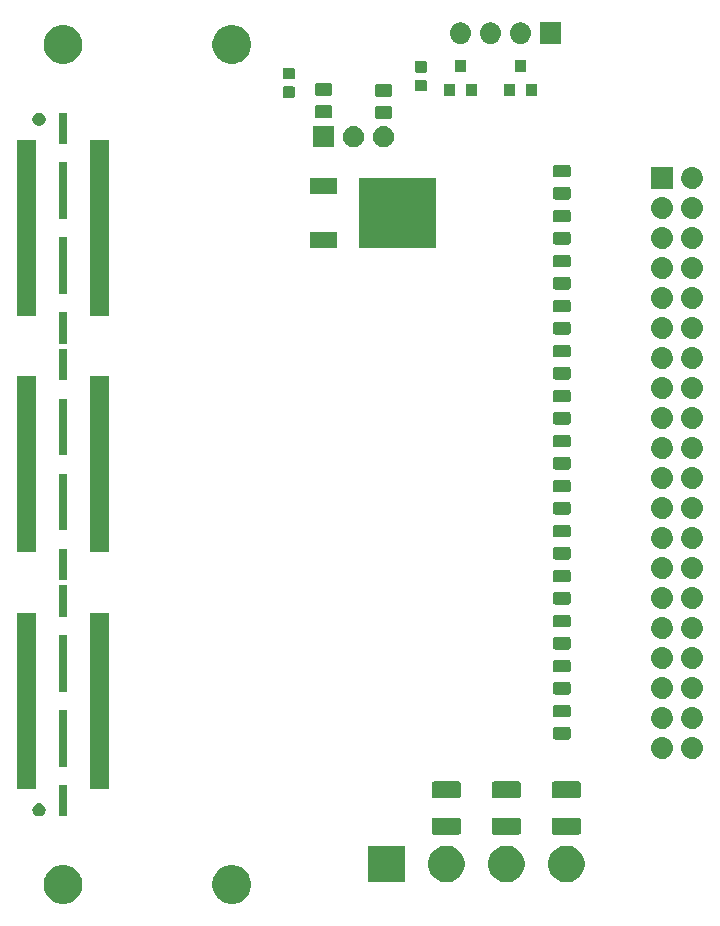
<source format=gbr>
G04 #@! TF.GenerationSoftware,KiCad,Pcbnew,5.0.1*
G04 #@! TF.CreationDate,2019-01-16T09:22:18-08:00*
G04 #@! TF.ProjectId,HSMC-GPIO-kicad,48534D432D4750494F2D6B696361642E,rev?*
G04 #@! TF.SameCoordinates,Original*
G04 #@! TF.FileFunction,Soldermask,Bot*
G04 #@! TF.FilePolarity,Negative*
%FSLAX46Y46*%
G04 Gerber Fmt 4.6, Leading zero omitted, Abs format (unit mm)*
G04 Created by KiCad (PCBNEW 5.0.1) date Wed 16 Jan 2019 09:22:18 AM PST*
%MOMM*%
%LPD*%
G01*
G04 APERTURE LIST*
%ADD10C,0.025400*%
G04 APERTURE END LIST*
D10*
G36*
X45893072Y-98449858D02*
X45960617Y-98477836D01*
X46191226Y-98573357D01*
X46191227Y-98573358D01*
X46459558Y-98752651D01*
X46687749Y-98980842D01*
X46687751Y-98980845D01*
X46867043Y-99249174D01*
X46882536Y-99286578D01*
X46990542Y-99547328D01*
X47053500Y-99863840D01*
X47053500Y-100186560D01*
X46990542Y-100503072D01*
X46990541Y-100503074D01*
X46867043Y-100801226D01*
X46867042Y-100801227D01*
X46687749Y-101069558D01*
X46459558Y-101297749D01*
X46459555Y-101297751D01*
X46191226Y-101477043D01*
X45960617Y-101572564D01*
X45893072Y-101600542D01*
X45576560Y-101663500D01*
X45253840Y-101663500D01*
X44937328Y-101600542D01*
X44869783Y-101572564D01*
X44639174Y-101477043D01*
X44370845Y-101297751D01*
X44370842Y-101297749D01*
X44142651Y-101069558D01*
X43963358Y-100801227D01*
X43963357Y-100801226D01*
X43839859Y-100503074D01*
X43839858Y-100503072D01*
X43776900Y-100186560D01*
X43776900Y-99863840D01*
X43839858Y-99547328D01*
X43947864Y-99286578D01*
X43963357Y-99249174D01*
X44142649Y-98980845D01*
X44142651Y-98980842D01*
X44370842Y-98752651D01*
X44639173Y-98573358D01*
X44639174Y-98573357D01*
X44869783Y-98477836D01*
X44937328Y-98449858D01*
X45253840Y-98386900D01*
X45576560Y-98386900D01*
X45893072Y-98449858D01*
X45893072Y-98449858D01*
G37*
G36*
X31592872Y-98449858D02*
X31660417Y-98477836D01*
X31891026Y-98573357D01*
X31891027Y-98573358D01*
X32159358Y-98752651D01*
X32387549Y-98980842D01*
X32387551Y-98980845D01*
X32566843Y-99249174D01*
X32582336Y-99286578D01*
X32690342Y-99547328D01*
X32753300Y-99863840D01*
X32753300Y-100186560D01*
X32690342Y-100503072D01*
X32690341Y-100503074D01*
X32566843Y-100801226D01*
X32566842Y-100801227D01*
X32387549Y-101069558D01*
X32159358Y-101297749D01*
X32159355Y-101297751D01*
X31891026Y-101477043D01*
X31660417Y-101572564D01*
X31592872Y-101600542D01*
X31276360Y-101663500D01*
X30953640Y-101663500D01*
X30637128Y-101600542D01*
X30569583Y-101572564D01*
X30338974Y-101477043D01*
X30070645Y-101297751D01*
X30070642Y-101297749D01*
X29842451Y-101069558D01*
X29663158Y-100801227D01*
X29663157Y-100801226D01*
X29539659Y-100503074D01*
X29539658Y-100503072D01*
X29476700Y-100186560D01*
X29476700Y-99863840D01*
X29539658Y-99547328D01*
X29647664Y-99286578D01*
X29663157Y-99249174D01*
X29842449Y-98980845D01*
X29842451Y-98980842D01*
X30070642Y-98752651D01*
X30338973Y-98573358D01*
X30338974Y-98573357D01*
X30569583Y-98477836D01*
X30637128Y-98449858D01*
X30953640Y-98386900D01*
X31276360Y-98386900D01*
X31592872Y-98449858D01*
X31592872Y-98449858D01*
G37*
G36*
X69102062Y-96806796D02*
X69384289Y-96923699D01*
X69638288Y-97093415D01*
X69854295Y-97309422D01*
X70024011Y-97563421D01*
X70140914Y-97845648D01*
X70200510Y-98145259D01*
X70200510Y-98450741D01*
X70140914Y-98750352D01*
X70024011Y-99032579D01*
X69854295Y-99286578D01*
X69638288Y-99502585D01*
X69384289Y-99672301D01*
X69102062Y-99789204D01*
X68802451Y-99848800D01*
X68496969Y-99848800D01*
X68197358Y-99789204D01*
X67915131Y-99672301D01*
X67661132Y-99502585D01*
X67445125Y-99286578D01*
X67275409Y-99032579D01*
X67158506Y-98750352D01*
X67098910Y-98450741D01*
X67098910Y-98145259D01*
X67158506Y-97845648D01*
X67275409Y-97563421D01*
X67445125Y-97309422D01*
X67661132Y-97093415D01*
X67915131Y-96923699D01*
X68197358Y-96806796D01*
X68496969Y-96747200D01*
X68802451Y-96747200D01*
X69102062Y-96806796D01*
X69102062Y-96806796D01*
G37*
G36*
X74182062Y-96806796D02*
X74464289Y-96923699D01*
X74718288Y-97093415D01*
X74934295Y-97309422D01*
X75104011Y-97563421D01*
X75220914Y-97845648D01*
X75280510Y-98145259D01*
X75280510Y-98450741D01*
X75220914Y-98750352D01*
X75104011Y-99032579D01*
X74934295Y-99286578D01*
X74718288Y-99502585D01*
X74464289Y-99672301D01*
X74182062Y-99789204D01*
X73882451Y-99848800D01*
X73576969Y-99848800D01*
X73277358Y-99789204D01*
X72995131Y-99672301D01*
X72741132Y-99502585D01*
X72525125Y-99286578D01*
X72355409Y-99032579D01*
X72238506Y-98750352D01*
X72178910Y-98450741D01*
X72178910Y-98145259D01*
X72238506Y-97845648D01*
X72355409Y-97563421D01*
X72525125Y-97309422D01*
X72741132Y-97093415D01*
X72995131Y-96923699D01*
X73277358Y-96806796D01*
X73576969Y-96747200D01*
X73882451Y-96747200D01*
X74182062Y-96806796D01*
X74182062Y-96806796D01*
G37*
G36*
X60040510Y-99848800D02*
X56938910Y-99848800D01*
X56938910Y-96747200D01*
X60040510Y-96747200D01*
X60040510Y-99848800D01*
X60040510Y-99848800D01*
G37*
G36*
X64022062Y-96806796D02*
X64304289Y-96923699D01*
X64558288Y-97093415D01*
X64774295Y-97309422D01*
X64944011Y-97563421D01*
X65060914Y-97845648D01*
X65120510Y-98145259D01*
X65120510Y-98450741D01*
X65060914Y-98750352D01*
X64944011Y-99032579D01*
X64774295Y-99286578D01*
X64558288Y-99502585D01*
X64304289Y-99672301D01*
X64022062Y-99789204D01*
X63722451Y-99848800D01*
X63416969Y-99848800D01*
X63117358Y-99789204D01*
X62835131Y-99672301D01*
X62581132Y-99502585D01*
X62365125Y-99286578D01*
X62195409Y-99032579D01*
X62078506Y-98750352D01*
X62018910Y-98450741D01*
X62018910Y-98145259D01*
X62078506Y-97845648D01*
X62195409Y-97563421D01*
X62365125Y-97309422D01*
X62581132Y-97093415D01*
X62835131Y-96923699D01*
X63117358Y-96806796D01*
X63416969Y-96747200D01*
X63722451Y-96747200D01*
X64022062Y-96806796D01*
X64022062Y-96806796D01*
G37*
G36*
X69721381Y-94378669D02*
X69757161Y-94389523D01*
X69790139Y-94407151D01*
X69819040Y-94430870D01*
X69842759Y-94459771D01*
X69860387Y-94492749D01*
X69871241Y-94528529D01*
X69875510Y-94571877D01*
X69875510Y-95603523D01*
X69871241Y-95646871D01*
X69860387Y-95682651D01*
X69842759Y-95715629D01*
X69819040Y-95744530D01*
X69790139Y-95768249D01*
X69757161Y-95785877D01*
X69721381Y-95796731D01*
X69678033Y-95801000D01*
X67621387Y-95801000D01*
X67578039Y-95796731D01*
X67542259Y-95785877D01*
X67509281Y-95768249D01*
X67480380Y-95744530D01*
X67456661Y-95715629D01*
X67439033Y-95682651D01*
X67428179Y-95646871D01*
X67423910Y-95603523D01*
X67423910Y-94571877D01*
X67428179Y-94528529D01*
X67439033Y-94492749D01*
X67456661Y-94459771D01*
X67480380Y-94430870D01*
X67509281Y-94407151D01*
X67542259Y-94389523D01*
X67578039Y-94378669D01*
X67621387Y-94374400D01*
X69678033Y-94374400D01*
X69721381Y-94378669D01*
X69721381Y-94378669D01*
G37*
G36*
X74801381Y-94378669D02*
X74837161Y-94389523D01*
X74870139Y-94407151D01*
X74899040Y-94430870D01*
X74922759Y-94459771D01*
X74940387Y-94492749D01*
X74951241Y-94528529D01*
X74955510Y-94571877D01*
X74955510Y-95603523D01*
X74951241Y-95646871D01*
X74940387Y-95682651D01*
X74922759Y-95715629D01*
X74899040Y-95744530D01*
X74870139Y-95768249D01*
X74837161Y-95785877D01*
X74801381Y-95796731D01*
X74758033Y-95801000D01*
X72701387Y-95801000D01*
X72658039Y-95796731D01*
X72622259Y-95785877D01*
X72589281Y-95768249D01*
X72560380Y-95744530D01*
X72536661Y-95715629D01*
X72519033Y-95682651D01*
X72508179Y-95646871D01*
X72503910Y-95603523D01*
X72503910Y-94571877D01*
X72508179Y-94528529D01*
X72519033Y-94492749D01*
X72536661Y-94459771D01*
X72560380Y-94430870D01*
X72589281Y-94407151D01*
X72622259Y-94389523D01*
X72658039Y-94378669D01*
X72701387Y-94374400D01*
X74758033Y-94374400D01*
X74801381Y-94378669D01*
X74801381Y-94378669D01*
G37*
G36*
X64641381Y-94378669D02*
X64677161Y-94389523D01*
X64710139Y-94407151D01*
X64739040Y-94430870D01*
X64762759Y-94459771D01*
X64780387Y-94492749D01*
X64791241Y-94528529D01*
X64795510Y-94571877D01*
X64795510Y-95603523D01*
X64791241Y-95646871D01*
X64780387Y-95682651D01*
X64762759Y-95715629D01*
X64739040Y-95744530D01*
X64710139Y-95768249D01*
X64677161Y-95785877D01*
X64641381Y-95796731D01*
X64598033Y-95801000D01*
X62541387Y-95801000D01*
X62498039Y-95796731D01*
X62462259Y-95785877D01*
X62429281Y-95768249D01*
X62400380Y-95744530D01*
X62376661Y-95715629D01*
X62359033Y-95682651D01*
X62348179Y-95646871D01*
X62343910Y-95603523D01*
X62343910Y-94571877D01*
X62348179Y-94528529D01*
X62359033Y-94492749D01*
X62376661Y-94459771D01*
X62400380Y-94430870D01*
X62429281Y-94407151D01*
X62462259Y-94389523D01*
X62498039Y-94378669D01*
X62541387Y-94374400D01*
X64598033Y-94374400D01*
X64641381Y-94378669D01*
X64641381Y-94378669D01*
G37*
G36*
X29245996Y-93165814D02*
X29347692Y-93207938D01*
X29439215Y-93269092D01*
X29517048Y-93346925D01*
X29578202Y-93438448D01*
X29620326Y-93540144D01*
X29641800Y-93648102D01*
X29641800Y-93758178D01*
X29620326Y-93866136D01*
X29578202Y-93967832D01*
X29517048Y-94059355D01*
X29439215Y-94137188D01*
X29347692Y-94198342D01*
X29245996Y-94240466D01*
X29138038Y-94261940D01*
X29027962Y-94261940D01*
X28920004Y-94240466D01*
X28818308Y-94198342D01*
X28726785Y-94137188D01*
X28648952Y-94059355D01*
X28587798Y-93967832D01*
X28545674Y-93866136D01*
X28524200Y-93758178D01*
X28524200Y-93648102D01*
X28545674Y-93540144D01*
X28587798Y-93438448D01*
X28648952Y-93346925D01*
X28726785Y-93269092D01*
X28818308Y-93207938D01*
X28920004Y-93165814D01*
X29027962Y-93144340D01*
X29138038Y-93144340D01*
X29245996Y-93165814D01*
X29245996Y-93165814D01*
G37*
G36*
X31485840Y-94236540D02*
X30744160Y-94236540D01*
X30744160Y-91594940D01*
X31485840Y-91594940D01*
X31485840Y-94236540D01*
X31485840Y-94236540D01*
G37*
G36*
X69721381Y-91303669D02*
X69757161Y-91314523D01*
X69790139Y-91332151D01*
X69819040Y-91355870D01*
X69842759Y-91384771D01*
X69860387Y-91417749D01*
X69871241Y-91453529D01*
X69875510Y-91496877D01*
X69875510Y-92528523D01*
X69871241Y-92571871D01*
X69860387Y-92607651D01*
X69842759Y-92640629D01*
X69819040Y-92669530D01*
X69790139Y-92693249D01*
X69757161Y-92710877D01*
X69721381Y-92721731D01*
X69678033Y-92726000D01*
X67621387Y-92726000D01*
X67578039Y-92721731D01*
X67542259Y-92710877D01*
X67509281Y-92693249D01*
X67480380Y-92669530D01*
X67456661Y-92640629D01*
X67439033Y-92607651D01*
X67428179Y-92571871D01*
X67423910Y-92528523D01*
X67423910Y-91496877D01*
X67428179Y-91453529D01*
X67439033Y-91417749D01*
X67456661Y-91384771D01*
X67480380Y-91355870D01*
X67509281Y-91332151D01*
X67542259Y-91314523D01*
X67578039Y-91303669D01*
X67621387Y-91299400D01*
X69678033Y-91299400D01*
X69721381Y-91303669D01*
X69721381Y-91303669D01*
G37*
G36*
X64641381Y-91303669D02*
X64677161Y-91314523D01*
X64710139Y-91332151D01*
X64739040Y-91355870D01*
X64762759Y-91384771D01*
X64780387Y-91417749D01*
X64791241Y-91453529D01*
X64795510Y-91496877D01*
X64795510Y-92528523D01*
X64791241Y-92571871D01*
X64780387Y-92607651D01*
X64762759Y-92640629D01*
X64739040Y-92669530D01*
X64710139Y-92693249D01*
X64677161Y-92710877D01*
X64641381Y-92721731D01*
X64598033Y-92726000D01*
X62541387Y-92726000D01*
X62498039Y-92721731D01*
X62462259Y-92710877D01*
X62429281Y-92693249D01*
X62400380Y-92669530D01*
X62376661Y-92640629D01*
X62359033Y-92607651D01*
X62348179Y-92571871D01*
X62343910Y-92528523D01*
X62343910Y-91496877D01*
X62348179Y-91453529D01*
X62359033Y-91417749D01*
X62376661Y-91384771D01*
X62400380Y-91355870D01*
X62429281Y-91332151D01*
X62462259Y-91314523D01*
X62498039Y-91303669D01*
X62541387Y-91299400D01*
X64598033Y-91299400D01*
X64641381Y-91303669D01*
X64641381Y-91303669D01*
G37*
G36*
X74801381Y-91303669D02*
X74837161Y-91314523D01*
X74870139Y-91332151D01*
X74899040Y-91355870D01*
X74922759Y-91384771D01*
X74940387Y-91417749D01*
X74951241Y-91453529D01*
X74955510Y-91496877D01*
X74955510Y-92528523D01*
X74951241Y-92571871D01*
X74940387Y-92607651D01*
X74922759Y-92640629D01*
X74899040Y-92669530D01*
X74870139Y-92693249D01*
X74837161Y-92710877D01*
X74801381Y-92721731D01*
X74758033Y-92726000D01*
X72701387Y-92726000D01*
X72658039Y-92721731D01*
X72622259Y-92710877D01*
X72589281Y-92693249D01*
X72560380Y-92669530D01*
X72536661Y-92640629D01*
X72519033Y-92607651D01*
X72508179Y-92571871D01*
X72503910Y-92528523D01*
X72503910Y-91496877D01*
X72508179Y-91453529D01*
X72519033Y-91417749D01*
X72536661Y-91384771D01*
X72560380Y-91355870D01*
X72589281Y-91332151D01*
X72622259Y-91314523D01*
X72658039Y-91303669D01*
X72701387Y-91299400D01*
X74758033Y-91299400D01*
X74801381Y-91303669D01*
X74801381Y-91303669D01*
G37*
G36*
X34975700Y-91915820D02*
X33423760Y-91915820D01*
X33423760Y-77014500D01*
X34975700Y-77014500D01*
X34975700Y-91915820D01*
X34975700Y-91915820D01*
G37*
G36*
X28804970Y-91915820D02*
X27253030Y-91915820D01*
X27253030Y-77014500D01*
X28804970Y-77014500D01*
X28804970Y-91915820D01*
X28804970Y-91915820D01*
G37*
G36*
X31485840Y-90045540D02*
X30744160Y-90045540D01*
X30744160Y-85244940D01*
X31485840Y-85244940D01*
X31485840Y-90045540D01*
X31485840Y-90045540D01*
G37*
G36*
X82020961Y-87569030D02*
X82020964Y-87569031D01*
X82193329Y-87621317D01*
X82193331Y-87621318D01*
X82352183Y-87706227D01*
X82491417Y-87820493D01*
X82605683Y-87959727D01*
X82690592Y-88118579D01*
X82742880Y-88290949D01*
X82760534Y-88470200D01*
X82742880Y-88649451D01*
X82690592Y-88821821D01*
X82605683Y-88980673D01*
X82491417Y-89119907D01*
X82352183Y-89234173D01*
X82352181Y-89234174D01*
X82193329Y-89319083D01*
X82053049Y-89361636D01*
X82020961Y-89371370D01*
X81886631Y-89384600D01*
X81796789Y-89384600D01*
X81662459Y-89371370D01*
X81630371Y-89361636D01*
X81490091Y-89319083D01*
X81331239Y-89234174D01*
X81331237Y-89234173D01*
X81192003Y-89119907D01*
X81077737Y-88980673D01*
X80992828Y-88821821D01*
X80940540Y-88649451D01*
X80922886Y-88470200D01*
X80940540Y-88290949D01*
X80992828Y-88118579D01*
X81077737Y-87959727D01*
X81192003Y-87820493D01*
X81331237Y-87706227D01*
X81490089Y-87621318D01*
X81490091Y-87621317D01*
X81662456Y-87569031D01*
X81662459Y-87569030D01*
X81796789Y-87555800D01*
X81886631Y-87555800D01*
X82020961Y-87569030D01*
X82020961Y-87569030D01*
G37*
G36*
X84560961Y-87569030D02*
X84560964Y-87569031D01*
X84733329Y-87621317D01*
X84733331Y-87621318D01*
X84892183Y-87706227D01*
X85031417Y-87820493D01*
X85145683Y-87959727D01*
X85230592Y-88118579D01*
X85282880Y-88290949D01*
X85300534Y-88470200D01*
X85282880Y-88649451D01*
X85230592Y-88821821D01*
X85145683Y-88980673D01*
X85031417Y-89119907D01*
X84892183Y-89234173D01*
X84892181Y-89234174D01*
X84733329Y-89319083D01*
X84593049Y-89361636D01*
X84560961Y-89371370D01*
X84426631Y-89384600D01*
X84336789Y-89384600D01*
X84202459Y-89371370D01*
X84170371Y-89361636D01*
X84030091Y-89319083D01*
X83871239Y-89234174D01*
X83871237Y-89234173D01*
X83732003Y-89119907D01*
X83617737Y-88980673D01*
X83532828Y-88821821D01*
X83480540Y-88649451D01*
X83462886Y-88470200D01*
X83480540Y-88290949D01*
X83532828Y-88118579D01*
X83617737Y-87959727D01*
X83732003Y-87820493D01*
X83871237Y-87706227D01*
X84030089Y-87621318D01*
X84030091Y-87621317D01*
X84202456Y-87569031D01*
X84202459Y-87569030D01*
X84336789Y-87555800D01*
X84426631Y-87555800D01*
X84560961Y-87569030D01*
X84560961Y-87569030D01*
G37*
G36*
X73933058Y-86681464D02*
X73971710Y-86693189D01*
X74007334Y-86712230D01*
X74038556Y-86737854D01*
X74064180Y-86769076D01*
X74083221Y-86804700D01*
X74094946Y-86843352D01*
X74099510Y-86889691D01*
X74099510Y-87540709D01*
X74094946Y-87587048D01*
X74083221Y-87625700D01*
X74064180Y-87661324D01*
X74038556Y-87692546D01*
X74007334Y-87718170D01*
X73971710Y-87737211D01*
X73933058Y-87748936D01*
X73886719Y-87753500D01*
X72810701Y-87753500D01*
X72764362Y-87748936D01*
X72725710Y-87737211D01*
X72690086Y-87718170D01*
X72658864Y-87692546D01*
X72633240Y-87661324D01*
X72614199Y-87625700D01*
X72602474Y-87587048D01*
X72597910Y-87540709D01*
X72597910Y-86889691D01*
X72602474Y-86843352D01*
X72614199Y-86804700D01*
X72633240Y-86769076D01*
X72658864Y-86737854D01*
X72690086Y-86712230D01*
X72725710Y-86693189D01*
X72764362Y-86681464D01*
X72810701Y-86676900D01*
X73886719Y-86676900D01*
X73933058Y-86681464D01*
X73933058Y-86681464D01*
G37*
G36*
X84560961Y-85029030D02*
X84560964Y-85029031D01*
X84733329Y-85081317D01*
X84733331Y-85081318D01*
X84892183Y-85166227D01*
X85031417Y-85280493D01*
X85145683Y-85419727D01*
X85145684Y-85419729D01*
X85230593Y-85578581D01*
X85255855Y-85661859D01*
X85282880Y-85750949D01*
X85300534Y-85930200D01*
X85282880Y-86109451D01*
X85230592Y-86281821D01*
X85145683Y-86440673D01*
X85031417Y-86579907D01*
X84892183Y-86694173D01*
X84892181Y-86694174D01*
X84733329Y-86779083D01*
X84593049Y-86821636D01*
X84560961Y-86831370D01*
X84426631Y-86844600D01*
X84336789Y-86844600D01*
X84202459Y-86831370D01*
X84170371Y-86821636D01*
X84030091Y-86779083D01*
X83871239Y-86694174D01*
X83871237Y-86694173D01*
X83732003Y-86579907D01*
X83617737Y-86440673D01*
X83532828Y-86281821D01*
X83480540Y-86109451D01*
X83462886Y-85930200D01*
X83480540Y-85750949D01*
X83507565Y-85661859D01*
X83532827Y-85578581D01*
X83617736Y-85419729D01*
X83617737Y-85419727D01*
X83732003Y-85280493D01*
X83871237Y-85166227D01*
X84030089Y-85081318D01*
X84030091Y-85081317D01*
X84202456Y-85029031D01*
X84202459Y-85029030D01*
X84336789Y-85015800D01*
X84426631Y-85015800D01*
X84560961Y-85029030D01*
X84560961Y-85029030D01*
G37*
G36*
X82020961Y-85029030D02*
X82020964Y-85029031D01*
X82193329Y-85081317D01*
X82193331Y-85081318D01*
X82352183Y-85166227D01*
X82491417Y-85280493D01*
X82605683Y-85419727D01*
X82605684Y-85419729D01*
X82690593Y-85578581D01*
X82715855Y-85661859D01*
X82742880Y-85750949D01*
X82760534Y-85930200D01*
X82742880Y-86109451D01*
X82690592Y-86281821D01*
X82605683Y-86440673D01*
X82491417Y-86579907D01*
X82352183Y-86694173D01*
X82352181Y-86694174D01*
X82193329Y-86779083D01*
X82053049Y-86821636D01*
X82020961Y-86831370D01*
X81886631Y-86844600D01*
X81796789Y-86844600D01*
X81662459Y-86831370D01*
X81630371Y-86821636D01*
X81490091Y-86779083D01*
X81331239Y-86694174D01*
X81331237Y-86694173D01*
X81192003Y-86579907D01*
X81077737Y-86440673D01*
X80992828Y-86281821D01*
X80940540Y-86109451D01*
X80922886Y-85930200D01*
X80940540Y-85750949D01*
X80967565Y-85661859D01*
X80992827Y-85578581D01*
X81077736Y-85419729D01*
X81077737Y-85419727D01*
X81192003Y-85280493D01*
X81331237Y-85166227D01*
X81490089Y-85081318D01*
X81490091Y-85081317D01*
X81662456Y-85029031D01*
X81662459Y-85029030D01*
X81796789Y-85015800D01*
X81886631Y-85015800D01*
X82020961Y-85029030D01*
X82020961Y-85029030D01*
G37*
G36*
X73933058Y-84806464D02*
X73971710Y-84818189D01*
X74007334Y-84837230D01*
X74038556Y-84862854D01*
X74064180Y-84894076D01*
X74083221Y-84929700D01*
X74094946Y-84968352D01*
X74099510Y-85014691D01*
X74099510Y-85665709D01*
X74094946Y-85712048D01*
X74083221Y-85750700D01*
X74064180Y-85786324D01*
X74038556Y-85817546D01*
X74007334Y-85843170D01*
X73971710Y-85862211D01*
X73933058Y-85873936D01*
X73886719Y-85878500D01*
X72810701Y-85878500D01*
X72764362Y-85873936D01*
X72725710Y-85862211D01*
X72690086Y-85843170D01*
X72658864Y-85817546D01*
X72633240Y-85786324D01*
X72614199Y-85750700D01*
X72602474Y-85712048D01*
X72597910Y-85665709D01*
X72597910Y-85014691D01*
X72602474Y-84968352D01*
X72614199Y-84929700D01*
X72633240Y-84894076D01*
X72658864Y-84862854D01*
X72690086Y-84837230D01*
X72725710Y-84818189D01*
X72764362Y-84806464D01*
X72810701Y-84801900D01*
X73886719Y-84801900D01*
X73933058Y-84806464D01*
X73933058Y-84806464D01*
G37*
G36*
X82020961Y-82489030D02*
X82020964Y-82489031D01*
X82193329Y-82541317D01*
X82193331Y-82541318D01*
X82352183Y-82626227D01*
X82491417Y-82740493D01*
X82605683Y-82879727D01*
X82690592Y-83038579D01*
X82742880Y-83210949D01*
X82760534Y-83390200D01*
X82742880Y-83569451D01*
X82690592Y-83741821D01*
X82605683Y-83900673D01*
X82491417Y-84039907D01*
X82352183Y-84154173D01*
X82352181Y-84154174D01*
X82193329Y-84239083D01*
X82053049Y-84281636D01*
X82020961Y-84291370D01*
X81886631Y-84304600D01*
X81796789Y-84304600D01*
X81662459Y-84291370D01*
X81630371Y-84281636D01*
X81490091Y-84239083D01*
X81331239Y-84154174D01*
X81331237Y-84154173D01*
X81192003Y-84039907D01*
X81077737Y-83900673D01*
X80992828Y-83741821D01*
X80940540Y-83569451D01*
X80922886Y-83390200D01*
X80940540Y-83210949D01*
X80992828Y-83038579D01*
X81077737Y-82879727D01*
X81192003Y-82740493D01*
X81331237Y-82626227D01*
X81490089Y-82541318D01*
X81490091Y-82541317D01*
X81662456Y-82489031D01*
X81662459Y-82489030D01*
X81796789Y-82475800D01*
X81886631Y-82475800D01*
X82020961Y-82489030D01*
X82020961Y-82489030D01*
G37*
G36*
X84560961Y-82489030D02*
X84560964Y-82489031D01*
X84733329Y-82541317D01*
X84733331Y-82541318D01*
X84892183Y-82626227D01*
X85031417Y-82740493D01*
X85145683Y-82879727D01*
X85230592Y-83038579D01*
X85282880Y-83210949D01*
X85300534Y-83390200D01*
X85282880Y-83569451D01*
X85230592Y-83741821D01*
X85145683Y-83900673D01*
X85031417Y-84039907D01*
X84892183Y-84154173D01*
X84892181Y-84154174D01*
X84733329Y-84239083D01*
X84593049Y-84281636D01*
X84560961Y-84291370D01*
X84426631Y-84304600D01*
X84336789Y-84304600D01*
X84202459Y-84291370D01*
X84170371Y-84281636D01*
X84030091Y-84239083D01*
X83871239Y-84154174D01*
X83871237Y-84154173D01*
X83732003Y-84039907D01*
X83617737Y-83900673D01*
X83532828Y-83741821D01*
X83480540Y-83569451D01*
X83462886Y-83390200D01*
X83480540Y-83210949D01*
X83532828Y-83038579D01*
X83617737Y-82879727D01*
X83732003Y-82740493D01*
X83871237Y-82626227D01*
X84030089Y-82541318D01*
X84030091Y-82541317D01*
X84202456Y-82489031D01*
X84202459Y-82489030D01*
X84336789Y-82475800D01*
X84426631Y-82475800D01*
X84560961Y-82489030D01*
X84560961Y-82489030D01*
G37*
G36*
X73933058Y-82871464D02*
X73971710Y-82883189D01*
X74007334Y-82902230D01*
X74038556Y-82927854D01*
X74064180Y-82959076D01*
X74083221Y-82994700D01*
X74094946Y-83033352D01*
X74099510Y-83079691D01*
X74099510Y-83730709D01*
X74094946Y-83777048D01*
X74083221Y-83815700D01*
X74064180Y-83851324D01*
X74038556Y-83882546D01*
X74007334Y-83908170D01*
X73971710Y-83927211D01*
X73933058Y-83938936D01*
X73886719Y-83943500D01*
X72810701Y-83943500D01*
X72764362Y-83938936D01*
X72725710Y-83927211D01*
X72690086Y-83908170D01*
X72658864Y-83882546D01*
X72633240Y-83851324D01*
X72614199Y-83815700D01*
X72602474Y-83777048D01*
X72597910Y-83730709D01*
X72597910Y-83079691D01*
X72602474Y-83033352D01*
X72614199Y-82994700D01*
X72633240Y-82959076D01*
X72658864Y-82927854D01*
X72690086Y-82902230D01*
X72725710Y-82883189D01*
X72764362Y-82871464D01*
X72810701Y-82866900D01*
X73886719Y-82866900D01*
X73933058Y-82871464D01*
X73933058Y-82871464D01*
G37*
G36*
X31485840Y-83695540D02*
X30744160Y-83695540D01*
X30744160Y-78894940D01*
X31485840Y-78894940D01*
X31485840Y-83695540D01*
X31485840Y-83695540D01*
G37*
G36*
X73933058Y-80996464D02*
X73971710Y-81008189D01*
X74007334Y-81027230D01*
X74038556Y-81052854D01*
X74064180Y-81084076D01*
X74083221Y-81119700D01*
X74094946Y-81158352D01*
X74099510Y-81204691D01*
X74099510Y-81855709D01*
X74094946Y-81902048D01*
X74083221Y-81940700D01*
X74064180Y-81976324D01*
X74038556Y-82007546D01*
X74007334Y-82033170D01*
X73971710Y-82052211D01*
X73933058Y-82063936D01*
X73886719Y-82068500D01*
X72810701Y-82068500D01*
X72764362Y-82063936D01*
X72725710Y-82052211D01*
X72690086Y-82033170D01*
X72658864Y-82007546D01*
X72633240Y-81976324D01*
X72614199Y-81940700D01*
X72602474Y-81902048D01*
X72597910Y-81855709D01*
X72597910Y-81204691D01*
X72602474Y-81158352D01*
X72614199Y-81119700D01*
X72633240Y-81084076D01*
X72658864Y-81052854D01*
X72690086Y-81027230D01*
X72725710Y-81008189D01*
X72764362Y-80996464D01*
X72810701Y-80991900D01*
X73886719Y-80991900D01*
X73933058Y-80996464D01*
X73933058Y-80996464D01*
G37*
G36*
X82020961Y-79949030D02*
X82020964Y-79949031D01*
X82193329Y-80001317D01*
X82193331Y-80001318D01*
X82352183Y-80086227D01*
X82491417Y-80200493D01*
X82605683Y-80339727D01*
X82690592Y-80498579D01*
X82742880Y-80670949D01*
X82760534Y-80850200D01*
X82742880Y-81029451D01*
X82690592Y-81201821D01*
X82605683Y-81360673D01*
X82491417Y-81499907D01*
X82352183Y-81614173D01*
X82352181Y-81614174D01*
X82193329Y-81699083D01*
X82053049Y-81741636D01*
X82020961Y-81751370D01*
X81886631Y-81764600D01*
X81796789Y-81764600D01*
X81662459Y-81751370D01*
X81630371Y-81741636D01*
X81490091Y-81699083D01*
X81331239Y-81614174D01*
X81331237Y-81614173D01*
X81192003Y-81499907D01*
X81077737Y-81360673D01*
X80992828Y-81201821D01*
X80940540Y-81029451D01*
X80922886Y-80850200D01*
X80940540Y-80670949D01*
X80992828Y-80498579D01*
X81077737Y-80339727D01*
X81192003Y-80200493D01*
X81331237Y-80086227D01*
X81490089Y-80001318D01*
X81490091Y-80001317D01*
X81662456Y-79949031D01*
X81662459Y-79949030D01*
X81796789Y-79935800D01*
X81886631Y-79935800D01*
X82020961Y-79949030D01*
X82020961Y-79949030D01*
G37*
G36*
X84560961Y-79949030D02*
X84560964Y-79949031D01*
X84733329Y-80001317D01*
X84733331Y-80001318D01*
X84892183Y-80086227D01*
X85031417Y-80200493D01*
X85145683Y-80339727D01*
X85230592Y-80498579D01*
X85282880Y-80670949D01*
X85300534Y-80850200D01*
X85282880Y-81029451D01*
X85230592Y-81201821D01*
X85145683Y-81360673D01*
X85031417Y-81499907D01*
X84892183Y-81614173D01*
X84892181Y-81614174D01*
X84733329Y-81699083D01*
X84593049Y-81741636D01*
X84560961Y-81751370D01*
X84426631Y-81764600D01*
X84336789Y-81764600D01*
X84202459Y-81751370D01*
X84170371Y-81741636D01*
X84030091Y-81699083D01*
X83871239Y-81614174D01*
X83871237Y-81614173D01*
X83732003Y-81499907D01*
X83617737Y-81360673D01*
X83532828Y-81201821D01*
X83480540Y-81029451D01*
X83462886Y-80850200D01*
X83480540Y-80670949D01*
X83532828Y-80498579D01*
X83617737Y-80339727D01*
X83732003Y-80200493D01*
X83871237Y-80086227D01*
X84030089Y-80001318D01*
X84030091Y-80001317D01*
X84202456Y-79949031D01*
X84202459Y-79949030D01*
X84336789Y-79935800D01*
X84426631Y-79935800D01*
X84560961Y-79949030D01*
X84560961Y-79949030D01*
G37*
G36*
X73933058Y-79061464D02*
X73971710Y-79073189D01*
X74007334Y-79092230D01*
X74038556Y-79117854D01*
X74064180Y-79149076D01*
X74083221Y-79184700D01*
X74094946Y-79223352D01*
X74099510Y-79269691D01*
X74099510Y-79920709D01*
X74094946Y-79967048D01*
X74083221Y-80005700D01*
X74064180Y-80041324D01*
X74038556Y-80072546D01*
X74007334Y-80098170D01*
X73971710Y-80117211D01*
X73933058Y-80128936D01*
X73886719Y-80133500D01*
X72810701Y-80133500D01*
X72764362Y-80128936D01*
X72725710Y-80117211D01*
X72690086Y-80098170D01*
X72658864Y-80072546D01*
X72633240Y-80041324D01*
X72614199Y-80005700D01*
X72602474Y-79967048D01*
X72597910Y-79920709D01*
X72597910Y-79269691D01*
X72602474Y-79223352D01*
X72614199Y-79184700D01*
X72633240Y-79149076D01*
X72658864Y-79117854D01*
X72690086Y-79092230D01*
X72725710Y-79073189D01*
X72764362Y-79061464D01*
X72810701Y-79056900D01*
X73886719Y-79056900D01*
X73933058Y-79061464D01*
X73933058Y-79061464D01*
G37*
G36*
X82020961Y-77409030D02*
X82053049Y-77418764D01*
X82193329Y-77461317D01*
X82193331Y-77461318D01*
X82352183Y-77546227D01*
X82491417Y-77660493D01*
X82605683Y-77799727D01*
X82605684Y-77799729D01*
X82690593Y-77958581D01*
X82715855Y-78041859D01*
X82742880Y-78130949D01*
X82760534Y-78310200D01*
X82742880Y-78489451D01*
X82690592Y-78661821D01*
X82605683Y-78820673D01*
X82491417Y-78959907D01*
X82352183Y-79074173D01*
X82352181Y-79074174D01*
X82193329Y-79159083D01*
X82053049Y-79201636D01*
X82020961Y-79211370D01*
X81886631Y-79224600D01*
X81796789Y-79224600D01*
X81662459Y-79211370D01*
X81630371Y-79201636D01*
X81490091Y-79159083D01*
X81331239Y-79074174D01*
X81331237Y-79074173D01*
X81192003Y-78959907D01*
X81077737Y-78820673D01*
X80992828Y-78661821D01*
X80940540Y-78489451D01*
X80922886Y-78310200D01*
X80940540Y-78130949D01*
X80967565Y-78041859D01*
X80992827Y-77958581D01*
X81077736Y-77799729D01*
X81077737Y-77799727D01*
X81192003Y-77660493D01*
X81331237Y-77546227D01*
X81490089Y-77461318D01*
X81490091Y-77461317D01*
X81630371Y-77418764D01*
X81662459Y-77409030D01*
X81796789Y-77395800D01*
X81886631Y-77395800D01*
X82020961Y-77409030D01*
X82020961Y-77409030D01*
G37*
G36*
X84560961Y-77409030D02*
X84593049Y-77418764D01*
X84733329Y-77461317D01*
X84733331Y-77461318D01*
X84892183Y-77546227D01*
X85031417Y-77660493D01*
X85145683Y-77799727D01*
X85145684Y-77799729D01*
X85230593Y-77958581D01*
X85255855Y-78041859D01*
X85282880Y-78130949D01*
X85300534Y-78310200D01*
X85282880Y-78489451D01*
X85230592Y-78661821D01*
X85145683Y-78820673D01*
X85031417Y-78959907D01*
X84892183Y-79074173D01*
X84892181Y-79074174D01*
X84733329Y-79159083D01*
X84593049Y-79201636D01*
X84560961Y-79211370D01*
X84426631Y-79224600D01*
X84336789Y-79224600D01*
X84202459Y-79211370D01*
X84170371Y-79201636D01*
X84030091Y-79159083D01*
X83871239Y-79074174D01*
X83871237Y-79074173D01*
X83732003Y-78959907D01*
X83617737Y-78820673D01*
X83532828Y-78661821D01*
X83480540Y-78489451D01*
X83462886Y-78310200D01*
X83480540Y-78130949D01*
X83507565Y-78041859D01*
X83532827Y-77958581D01*
X83617736Y-77799729D01*
X83617737Y-77799727D01*
X83732003Y-77660493D01*
X83871237Y-77546227D01*
X84030089Y-77461318D01*
X84030091Y-77461317D01*
X84170371Y-77418764D01*
X84202459Y-77409030D01*
X84336789Y-77395800D01*
X84426631Y-77395800D01*
X84560961Y-77409030D01*
X84560961Y-77409030D01*
G37*
G36*
X73933058Y-77186464D02*
X73971710Y-77198189D01*
X74007334Y-77217230D01*
X74038556Y-77242854D01*
X74064180Y-77274076D01*
X74083221Y-77309700D01*
X74094946Y-77348352D01*
X74099510Y-77394691D01*
X74099510Y-78045709D01*
X74094946Y-78092048D01*
X74083221Y-78130700D01*
X74064180Y-78166324D01*
X74038556Y-78197546D01*
X74007334Y-78223170D01*
X73971710Y-78242211D01*
X73933058Y-78253936D01*
X73886719Y-78258500D01*
X72810701Y-78258500D01*
X72764362Y-78253936D01*
X72725710Y-78242211D01*
X72690086Y-78223170D01*
X72658864Y-78197546D01*
X72633240Y-78166324D01*
X72614199Y-78130700D01*
X72602474Y-78092048D01*
X72597910Y-78045709D01*
X72597910Y-77394691D01*
X72602474Y-77348352D01*
X72614199Y-77309700D01*
X72633240Y-77274076D01*
X72658864Y-77242854D01*
X72690086Y-77217230D01*
X72725710Y-77198189D01*
X72764362Y-77186464D01*
X72810701Y-77181900D01*
X73886719Y-77181900D01*
X73933058Y-77186464D01*
X73933058Y-77186464D01*
G37*
G36*
X31485840Y-77348080D02*
X30744160Y-77348080D01*
X30744160Y-74706480D01*
X31485840Y-74706480D01*
X31485840Y-77348080D01*
X31485840Y-77348080D01*
G37*
G36*
X84560961Y-74869030D02*
X84560964Y-74869031D01*
X84733329Y-74921317D01*
X84733331Y-74921318D01*
X84892183Y-75006227D01*
X85031417Y-75120493D01*
X85145683Y-75259727D01*
X85230592Y-75418579D01*
X85282880Y-75590949D01*
X85300534Y-75770200D01*
X85282880Y-75949451D01*
X85230592Y-76121821D01*
X85145683Y-76280673D01*
X85031417Y-76419907D01*
X84892183Y-76534173D01*
X84892181Y-76534174D01*
X84733329Y-76619083D01*
X84593049Y-76661636D01*
X84560961Y-76671370D01*
X84426631Y-76684600D01*
X84336789Y-76684600D01*
X84202459Y-76671370D01*
X84170371Y-76661636D01*
X84030091Y-76619083D01*
X83871239Y-76534174D01*
X83871237Y-76534173D01*
X83732003Y-76419907D01*
X83617737Y-76280673D01*
X83532828Y-76121821D01*
X83480540Y-75949451D01*
X83462886Y-75770200D01*
X83480540Y-75590949D01*
X83532828Y-75418579D01*
X83617737Y-75259727D01*
X83732003Y-75120493D01*
X83871237Y-75006227D01*
X84030089Y-74921318D01*
X84030091Y-74921317D01*
X84202456Y-74869031D01*
X84202459Y-74869030D01*
X84336789Y-74855800D01*
X84426631Y-74855800D01*
X84560961Y-74869030D01*
X84560961Y-74869030D01*
G37*
G36*
X82020961Y-74869030D02*
X82020964Y-74869031D01*
X82193329Y-74921317D01*
X82193331Y-74921318D01*
X82352183Y-75006227D01*
X82491417Y-75120493D01*
X82605683Y-75259727D01*
X82690592Y-75418579D01*
X82742880Y-75590949D01*
X82760534Y-75770200D01*
X82742880Y-75949451D01*
X82690592Y-76121821D01*
X82605683Y-76280673D01*
X82491417Y-76419907D01*
X82352183Y-76534173D01*
X82352181Y-76534174D01*
X82193329Y-76619083D01*
X82053049Y-76661636D01*
X82020961Y-76671370D01*
X81886631Y-76684600D01*
X81796789Y-76684600D01*
X81662459Y-76671370D01*
X81630371Y-76661636D01*
X81490091Y-76619083D01*
X81331239Y-76534174D01*
X81331237Y-76534173D01*
X81192003Y-76419907D01*
X81077737Y-76280673D01*
X80992828Y-76121821D01*
X80940540Y-75949451D01*
X80922886Y-75770200D01*
X80940540Y-75590949D01*
X80992828Y-75418579D01*
X81077737Y-75259727D01*
X81192003Y-75120493D01*
X81331237Y-75006227D01*
X81490089Y-74921318D01*
X81490091Y-74921317D01*
X81662456Y-74869031D01*
X81662459Y-74869030D01*
X81796789Y-74855800D01*
X81886631Y-74855800D01*
X82020961Y-74869030D01*
X82020961Y-74869030D01*
G37*
G36*
X73933058Y-75251464D02*
X73971710Y-75263189D01*
X74007334Y-75282230D01*
X74038556Y-75307854D01*
X74064180Y-75339076D01*
X74083221Y-75374700D01*
X74094946Y-75413352D01*
X74099510Y-75459691D01*
X74099510Y-76110709D01*
X74094946Y-76157048D01*
X74083221Y-76195700D01*
X74064180Y-76231324D01*
X74038556Y-76262546D01*
X74007334Y-76288170D01*
X73971710Y-76307211D01*
X73933058Y-76318936D01*
X73886719Y-76323500D01*
X72810701Y-76323500D01*
X72764362Y-76318936D01*
X72725710Y-76307211D01*
X72690086Y-76288170D01*
X72658864Y-76262546D01*
X72633240Y-76231324D01*
X72614199Y-76195700D01*
X72602474Y-76157048D01*
X72597910Y-76110709D01*
X72597910Y-75459691D01*
X72602474Y-75413352D01*
X72614199Y-75374700D01*
X72633240Y-75339076D01*
X72658864Y-75307854D01*
X72690086Y-75282230D01*
X72725710Y-75263189D01*
X72764362Y-75251464D01*
X72810701Y-75246900D01*
X73886719Y-75246900D01*
X73933058Y-75251464D01*
X73933058Y-75251464D01*
G37*
G36*
X73933058Y-73376464D02*
X73971710Y-73388189D01*
X74007334Y-73407230D01*
X74038556Y-73432854D01*
X74064180Y-73464076D01*
X74083221Y-73499700D01*
X74094946Y-73538352D01*
X74099510Y-73584691D01*
X74099510Y-74235709D01*
X74094946Y-74282048D01*
X74083221Y-74320700D01*
X74064180Y-74356324D01*
X74038556Y-74387546D01*
X74007334Y-74413170D01*
X73971710Y-74432211D01*
X73933058Y-74443936D01*
X73886719Y-74448500D01*
X72810701Y-74448500D01*
X72764362Y-74443936D01*
X72725710Y-74432211D01*
X72690086Y-74413170D01*
X72658864Y-74387546D01*
X72633240Y-74356324D01*
X72614199Y-74320700D01*
X72602474Y-74282048D01*
X72597910Y-74235709D01*
X72597910Y-73584691D01*
X72602474Y-73538352D01*
X72614199Y-73499700D01*
X72633240Y-73464076D01*
X72658864Y-73432854D01*
X72690086Y-73407230D01*
X72725710Y-73388189D01*
X72764362Y-73376464D01*
X72810701Y-73371900D01*
X73886719Y-73371900D01*
X73933058Y-73376464D01*
X73933058Y-73376464D01*
G37*
G36*
X31485840Y-74231500D02*
X30744160Y-74231500D01*
X30744160Y-71589900D01*
X31485840Y-71589900D01*
X31485840Y-74231500D01*
X31485840Y-74231500D01*
G37*
G36*
X84560961Y-72329030D02*
X84560964Y-72329031D01*
X84733329Y-72381317D01*
X84733331Y-72381318D01*
X84892183Y-72466227D01*
X85031417Y-72580493D01*
X85145683Y-72719727D01*
X85230592Y-72878579D01*
X85282880Y-73050949D01*
X85300534Y-73230200D01*
X85282880Y-73409451D01*
X85230592Y-73581821D01*
X85145683Y-73740673D01*
X85031417Y-73879907D01*
X84892183Y-73994173D01*
X84892181Y-73994174D01*
X84733329Y-74079083D01*
X84593049Y-74121636D01*
X84560961Y-74131370D01*
X84426631Y-74144600D01*
X84336789Y-74144600D01*
X84202459Y-74131370D01*
X84170371Y-74121636D01*
X84030091Y-74079083D01*
X83871239Y-73994174D01*
X83871237Y-73994173D01*
X83732003Y-73879907D01*
X83617737Y-73740673D01*
X83532828Y-73581821D01*
X83480540Y-73409451D01*
X83462886Y-73230200D01*
X83480540Y-73050949D01*
X83532828Y-72878579D01*
X83617737Y-72719727D01*
X83732003Y-72580493D01*
X83871237Y-72466227D01*
X84030089Y-72381318D01*
X84030091Y-72381317D01*
X84202456Y-72329031D01*
X84202459Y-72329030D01*
X84336789Y-72315800D01*
X84426631Y-72315800D01*
X84560961Y-72329030D01*
X84560961Y-72329030D01*
G37*
G36*
X82020961Y-72329030D02*
X82020964Y-72329031D01*
X82193329Y-72381317D01*
X82193331Y-72381318D01*
X82352183Y-72466227D01*
X82491417Y-72580493D01*
X82605683Y-72719727D01*
X82690592Y-72878579D01*
X82742880Y-73050949D01*
X82760534Y-73230200D01*
X82742880Y-73409451D01*
X82690592Y-73581821D01*
X82605683Y-73740673D01*
X82491417Y-73879907D01*
X82352183Y-73994173D01*
X82352181Y-73994174D01*
X82193329Y-74079083D01*
X82053049Y-74121636D01*
X82020961Y-74131370D01*
X81886631Y-74144600D01*
X81796789Y-74144600D01*
X81662459Y-74131370D01*
X81630371Y-74121636D01*
X81490091Y-74079083D01*
X81331239Y-73994174D01*
X81331237Y-73994173D01*
X81192003Y-73879907D01*
X81077737Y-73740673D01*
X80992828Y-73581821D01*
X80940540Y-73409451D01*
X80922886Y-73230200D01*
X80940540Y-73050949D01*
X80992828Y-72878579D01*
X81077737Y-72719727D01*
X81192003Y-72580493D01*
X81331237Y-72466227D01*
X81490089Y-72381318D01*
X81490091Y-72381317D01*
X81662456Y-72329031D01*
X81662459Y-72329030D01*
X81796789Y-72315800D01*
X81886631Y-72315800D01*
X82020961Y-72329030D01*
X82020961Y-72329030D01*
G37*
G36*
X73933058Y-71441464D02*
X73971710Y-71453189D01*
X74007334Y-71472230D01*
X74038556Y-71497854D01*
X74064180Y-71529076D01*
X74083221Y-71564700D01*
X74094946Y-71603352D01*
X74099510Y-71649691D01*
X74099510Y-72300709D01*
X74094946Y-72347048D01*
X74083221Y-72385700D01*
X74064180Y-72421324D01*
X74038556Y-72452546D01*
X74007334Y-72478170D01*
X73971710Y-72497211D01*
X73933058Y-72508936D01*
X73886719Y-72513500D01*
X72810701Y-72513500D01*
X72764362Y-72508936D01*
X72725710Y-72497211D01*
X72690086Y-72478170D01*
X72658864Y-72452546D01*
X72633240Y-72421324D01*
X72614199Y-72385700D01*
X72602474Y-72347048D01*
X72597910Y-72300709D01*
X72597910Y-71649691D01*
X72602474Y-71603352D01*
X72614199Y-71564700D01*
X72633240Y-71529076D01*
X72658864Y-71497854D01*
X72690086Y-71472230D01*
X72725710Y-71453189D01*
X72764362Y-71441464D01*
X72810701Y-71436900D01*
X73886719Y-71436900D01*
X73933058Y-71441464D01*
X73933058Y-71441464D01*
G37*
G36*
X28804970Y-71915860D02*
X27253030Y-71915860D01*
X27253030Y-57014540D01*
X28804970Y-57014540D01*
X28804970Y-71915860D01*
X28804970Y-71915860D01*
G37*
G36*
X34975700Y-71915860D02*
X33423760Y-71915860D01*
X33423760Y-57014540D01*
X34975700Y-57014540D01*
X34975700Y-71915860D01*
X34975700Y-71915860D01*
G37*
G36*
X82020961Y-69789030D02*
X82020964Y-69789031D01*
X82193329Y-69841317D01*
X82193331Y-69841318D01*
X82352183Y-69926227D01*
X82491417Y-70040493D01*
X82605683Y-70179727D01*
X82605684Y-70179729D01*
X82690593Y-70338581D01*
X82714035Y-70415860D01*
X82742880Y-70510949D01*
X82760534Y-70690200D01*
X82742880Y-70869451D01*
X82690592Y-71041821D01*
X82605683Y-71200673D01*
X82491417Y-71339907D01*
X82352183Y-71454173D01*
X82352181Y-71454174D01*
X82193329Y-71539083D01*
X82053049Y-71581636D01*
X82020961Y-71591370D01*
X81886631Y-71604600D01*
X81796789Y-71604600D01*
X81662459Y-71591370D01*
X81630371Y-71581636D01*
X81490091Y-71539083D01*
X81331239Y-71454174D01*
X81331237Y-71454173D01*
X81192003Y-71339907D01*
X81077737Y-71200673D01*
X80992828Y-71041821D01*
X80940540Y-70869451D01*
X80922886Y-70690200D01*
X80940540Y-70510949D01*
X80969385Y-70415860D01*
X80992827Y-70338581D01*
X81077736Y-70179729D01*
X81077737Y-70179727D01*
X81192003Y-70040493D01*
X81331237Y-69926227D01*
X81490089Y-69841318D01*
X81490091Y-69841317D01*
X81662456Y-69789031D01*
X81662459Y-69789030D01*
X81796789Y-69775800D01*
X81886631Y-69775800D01*
X82020961Y-69789030D01*
X82020961Y-69789030D01*
G37*
G36*
X84560961Y-69789030D02*
X84560964Y-69789031D01*
X84733329Y-69841317D01*
X84733331Y-69841318D01*
X84892183Y-69926227D01*
X85031417Y-70040493D01*
X85145683Y-70179727D01*
X85145684Y-70179729D01*
X85230593Y-70338581D01*
X85254035Y-70415860D01*
X85282880Y-70510949D01*
X85300534Y-70690200D01*
X85282880Y-70869451D01*
X85230592Y-71041821D01*
X85145683Y-71200673D01*
X85031417Y-71339907D01*
X84892183Y-71454173D01*
X84892181Y-71454174D01*
X84733329Y-71539083D01*
X84593049Y-71581636D01*
X84560961Y-71591370D01*
X84426631Y-71604600D01*
X84336789Y-71604600D01*
X84202459Y-71591370D01*
X84170371Y-71581636D01*
X84030091Y-71539083D01*
X83871239Y-71454174D01*
X83871237Y-71454173D01*
X83732003Y-71339907D01*
X83617737Y-71200673D01*
X83532828Y-71041821D01*
X83480540Y-70869451D01*
X83462886Y-70690200D01*
X83480540Y-70510949D01*
X83509385Y-70415860D01*
X83532827Y-70338581D01*
X83617736Y-70179729D01*
X83617737Y-70179727D01*
X83732003Y-70040493D01*
X83871237Y-69926227D01*
X84030089Y-69841318D01*
X84030091Y-69841317D01*
X84202456Y-69789031D01*
X84202459Y-69789030D01*
X84336789Y-69775800D01*
X84426631Y-69775800D01*
X84560961Y-69789030D01*
X84560961Y-69789030D01*
G37*
G36*
X73933058Y-69566464D02*
X73971710Y-69578189D01*
X74007334Y-69597230D01*
X74038556Y-69622854D01*
X74064180Y-69654076D01*
X74083221Y-69689700D01*
X74094946Y-69728352D01*
X74099510Y-69774691D01*
X74099510Y-70425709D01*
X74094946Y-70472048D01*
X74083221Y-70510700D01*
X74064180Y-70546324D01*
X74038556Y-70577546D01*
X74007334Y-70603170D01*
X73971710Y-70622211D01*
X73933058Y-70633936D01*
X73886719Y-70638500D01*
X72810701Y-70638500D01*
X72764362Y-70633936D01*
X72725710Y-70622211D01*
X72690086Y-70603170D01*
X72658864Y-70577546D01*
X72633240Y-70546324D01*
X72614199Y-70510700D01*
X72602474Y-70472048D01*
X72597910Y-70425709D01*
X72597910Y-69774691D01*
X72602474Y-69728352D01*
X72614199Y-69689700D01*
X72633240Y-69654076D01*
X72658864Y-69622854D01*
X72690086Y-69597230D01*
X72725710Y-69578189D01*
X72764362Y-69566464D01*
X72810701Y-69561900D01*
X73886719Y-69561900D01*
X73933058Y-69566464D01*
X73933058Y-69566464D01*
G37*
G36*
X31485840Y-70040500D02*
X30744160Y-70040500D01*
X30744160Y-65239900D01*
X31485840Y-65239900D01*
X31485840Y-70040500D01*
X31485840Y-70040500D01*
G37*
G36*
X82020961Y-67249030D02*
X82020964Y-67249031D01*
X82193329Y-67301317D01*
X82193331Y-67301318D01*
X82352183Y-67386227D01*
X82491417Y-67500493D01*
X82605683Y-67639727D01*
X82690592Y-67798579D01*
X82742880Y-67970949D01*
X82760534Y-68150200D01*
X82742880Y-68329451D01*
X82690592Y-68501821D01*
X82605683Y-68660673D01*
X82491417Y-68799907D01*
X82352183Y-68914173D01*
X82352181Y-68914174D01*
X82193329Y-68999083D01*
X82053049Y-69041636D01*
X82020961Y-69051370D01*
X81886631Y-69064600D01*
X81796789Y-69064600D01*
X81662459Y-69051370D01*
X81630371Y-69041636D01*
X81490091Y-68999083D01*
X81331239Y-68914174D01*
X81331237Y-68914173D01*
X81192003Y-68799907D01*
X81077737Y-68660673D01*
X80992828Y-68501821D01*
X80940540Y-68329451D01*
X80922886Y-68150200D01*
X80940540Y-67970949D01*
X80992828Y-67798579D01*
X81077737Y-67639727D01*
X81192003Y-67500493D01*
X81331237Y-67386227D01*
X81490089Y-67301318D01*
X81490091Y-67301317D01*
X81662456Y-67249031D01*
X81662459Y-67249030D01*
X81796789Y-67235800D01*
X81886631Y-67235800D01*
X82020961Y-67249030D01*
X82020961Y-67249030D01*
G37*
G36*
X84560961Y-67249030D02*
X84560964Y-67249031D01*
X84733329Y-67301317D01*
X84733331Y-67301318D01*
X84892183Y-67386227D01*
X85031417Y-67500493D01*
X85145683Y-67639727D01*
X85230592Y-67798579D01*
X85282880Y-67970949D01*
X85300534Y-68150200D01*
X85282880Y-68329451D01*
X85230592Y-68501821D01*
X85145683Y-68660673D01*
X85031417Y-68799907D01*
X84892183Y-68914173D01*
X84892181Y-68914174D01*
X84733329Y-68999083D01*
X84593049Y-69041636D01*
X84560961Y-69051370D01*
X84426631Y-69064600D01*
X84336789Y-69064600D01*
X84202459Y-69051370D01*
X84170371Y-69041636D01*
X84030091Y-68999083D01*
X83871239Y-68914174D01*
X83871237Y-68914173D01*
X83732003Y-68799907D01*
X83617737Y-68660673D01*
X83532828Y-68501821D01*
X83480540Y-68329451D01*
X83462886Y-68150200D01*
X83480540Y-67970949D01*
X83532828Y-67798579D01*
X83617737Y-67639727D01*
X83732003Y-67500493D01*
X83871237Y-67386227D01*
X84030089Y-67301318D01*
X84030091Y-67301317D01*
X84202456Y-67249031D01*
X84202459Y-67249030D01*
X84336789Y-67235800D01*
X84426631Y-67235800D01*
X84560961Y-67249030D01*
X84560961Y-67249030D01*
G37*
G36*
X73933058Y-67631464D02*
X73971710Y-67643189D01*
X74007334Y-67662230D01*
X74038556Y-67687854D01*
X74064180Y-67719076D01*
X74083221Y-67754700D01*
X74094946Y-67793352D01*
X74099510Y-67839691D01*
X74099510Y-68490709D01*
X74094946Y-68537048D01*
X74083221Y-68575700D01*
X74064180Y-68611324D01*
X74038556Y-68642546D01*
X74007334Y-68668170D01*
X73971710Y-68687211D01*
X73933058Y-68698936D01*
X73886719Y-68703500D01*
X72810701Y-68703500D01*
X72764362Y-68698936D01*
X72725710Y-68687211D01*
X72690086Y-68668170D01*
X72658864Y-68642546D01*
X72633240Y-68611324D01*
X72614199Y-68575700D01*
X72602474Y-68537048D01*
X72597910Y-68490709D01*
X72597910Y-67839691D01*
X72602474Y-67793352D01*
X72614199Y-67754700D01*
X72633240Y-67719076D01*
X72658864Y-67687854D01*
X72690086Y-67662230D01*
X72725710Y-67643189D01*
X72764362Y-67631464D01*
X72810701Y-67626900D01*
X73886719Y-67626900D01*
X73933058Y-67631464D01*
X73933058Y-67631464D01*
G37*
G36*
X73933058Y-65756464D02*
X73971710Y-65768189D01*
X74007334Y-65787230D01*
X74038556Y-65812854D01*
X74064180Y-65844076D01*
X74083221Y-65879700D01*
X74094946Y-65918352D01*
X74099510Y-65964691D01*
X74099510Y-66615709D01*
X74094946Y-66662048D01*
X74083221Y-66700700D01*
X74064180Y-66736324D01*
X74038556Y-66767546D01*
X74007334Y-66793170D01*
X73971710Y-66812211D01*
X73933058Y-66823936D01*
X73886719Y-66828500D01*
X72810701Y-66828500D01*
X72764362Y-66823936D01*
X72725710Y-66812211D01*
X72690086Y-66793170D01*
X72658864Y-66767546D01*
X72633240Y-66736324D01*
X72614199Y-66700700D01*
X72602474Y-66662048D01*
X72597910Y-66615709D01*
X72597910Y-65964691D01*
X72602474Y-65918352D01*
X72614199Y-65879700D01*
X72633240Y-65844076D01*
X72658864Y-65812854D01*
X72690086Y-65787230D01*
X72725710Y-65768189D01*
X72764362Y-65756464D01*
X72810701Y-65751900D01*
X73886719Y-65751900D01*
X73933058Y-65756464D01*
X73933058Y-65756464D01*
G37*
G36*
X82020961Y-64709030D02*
X82020964Y-64709031D01*
X82193329Y-64761317D01*
X82193331Y-64761318D01*
X82352183Y-64846227D01*
X82491417Y-64960493D01*
X82605683Y-65099727D01*
X82690592Y-65258579D01*
X82742880Y-65430949D01*
X82760534Y-65610200D01*
X82742880Y-65789451D01*
X82690592Y-65961821D01*
X82605683Y-66120673D01*
X82491417Y-66259907D01*
X82352183Y-66374173D01*
X82352181Y-66374174D01*
X82193329Y-66459083D01*
X82053049Y-66501636D01*
X82020961Y-66511370D01*
X81886631Y-66524600D01*
X81796789Y-66524600D01*
X81662459Y-66511370D01*
X81630371Y-66501636D01*
X81490091Y-66459083D01*
X81331239Y-66374174D01*
X81331237Y-66374173D01*
X81192003Y-66259907D01*
X81077737Y-66120673D01*
X80992828Y-65961821D01*
X80940540Y-65789451D01*
X80922886Y-65610200D01*
X80940540Y-65430949D01*
X80992828Y-65258579D01*
X81077737Y-65099727D01*
X81192003Y-64960493D01*
X81331237Y-64846227D01*
X81490089Y-64761318D01*
X81490091Y-64761317D01*
X81662456Y-64709031D01*
X81662459Y-64709030D01*
X81796789Y-64695800D01*
X81886631Y-64695800D01*
X82020961Y-64709030D01*
X82020961Y-64709030D01*
G37*
G36*
X84560961Y-64709030D02*
X84560964Y-64709031D01*
X84733329Y-64761317D01*
X84733331Y-64761318D01*
X84892183Y-64846227D01*
X85031417Y-64960493D01*
X85145683Y-65099727D01*
X85230592Y-65258579D01*
X85282880Y-65430949D01*
X85300534Y-65610200D01*
X85282880Y-65789451D01*
X85230592Y-65961821D01*
X85145683Y-66120673D01*
X85031417Y-66259907D01*
X84892183Y-66374173D01*
X84892181Y-66374174D01*
X84733329Y-66459083D01*
X84593049Y-66501636D01*
X84560961Y-66511370D01*
X84426631Y-66524600D01*
X84336789Y-66524600D01*
X84202459Y-66511370D01*
X84170371Y-66501636D01*
X84030091Y-66459083D01*
X83871239Y-66374174D01*
X83871237Y-66374173D01*
X83732003Y-66259907D01*
X83617737Y-66120673D01*
X83532828Y-65961821D01*
X83480540Y-65789451D01*
X83462886Y-65610200D01*
X83480540Y-65430949D01*
X83532828Y-65258579D01*
X83617737Y-65099727D01*
X83732003Y-64960493D01*
X83871237Y-64846227D01*
X84030089Y-64761318D01*
X84030091Y-64761317D01*
X84202456Y-64709031D01*
X84202459Y-64709030D01*
X84336789Y-64695800D01*
X84426631Y-64695800D01*
X84560961Y-64709030D01*
X84560961Y-64709030D01*
G37*
G36*
X73933058Y-63821464D02*
X73971710Y-63833189D01*
X74007334Y-63852230D01*
X74038556Y-63877854D01*
X74064180Y-63909076D01*
X74083221Y-63944700D01*
X74094946Y-63983352D01*
X74099510Y-64029691D01*
X74099510Y-64680709D01*
X74094946Y-64727048D01*
X74083221Y-64765700D01*
X74064180Y-64801324D01*
X74038556Y-64832546D01*
X74007334Y-64858170D01*
X73971710Y-64877211D01*
X73933058Y-64888936D01*
X73886719Y-64893500D01*
X72810701Y-64893500D01*
X72764362Y-64888936D01*
X72725710Y-64877211D01*
X72690086Y-64858170D01*
X72658864Y-64832546D01*
X72633240Y-64801324D01*
X72614199Y-64765700D01*
X72602474Y-64727048D01*
X72597910Y-64680709D01*
X72597910Y-64029691D01*
X72602474Y-63983352D01*
X72614199Y-63944700D01*
X72633240Y-63909076D01*
X72658864Y-63877854D01*
X72690086Y-63852230D01*
X72725710Y-63833189D01*
X72764362Y-63821464D01*
X72810701Y-63816900D01*
X73886719Y-63816900D01*
X73933058Y-63821464D01*
X73933058Y-63821464D01*
G37*
G36*
X84560961Y-62169030D02*
X84560964Y-62169031D01*
X84733329Y-62221317D01*
X84733331Y-62221318D01*
X84892183Y-62306227D01*
X85031417Y-62420493D01*
X85145683Y-62559727D01*
X85145684Y-62559729D01*
X85230593Y-62718581D01*
X85255855Y-62801859D01*
X85282880Y-62890949D01*
X85300534Y-63070200D01*
X85282880Y-63249451D01*
X85282879Y-63249454D01*
X85232401Y-63415860D01*
X85230592Y-63421821D01*
X85145683Y-63580673D01*
X85031417Y-63719907D01*
X84892183Y-63834173D01*
X84892181Y-63834174D01*
X84733329Y-63919083D01*
X84593049Y-63961636D01*
X84560961Y-63971370D01*
X84426631Y-63984600D01*
X84336789Y-63984600D01*
X84202459Y-63971370D01*
X84170371Y-63961636D01*
X84030091Y-63919083D01*
X83871239Y-63834174D01*
X83871237Y-63834173D01*
X83732003Y-63719907D01*
X83617737Y-63580673D01*
X83532828Y-63421821D01*
X83531020Y-63415860D01*
X83480541Y-63249454D01*
X83480540Y-63249451D01*
X83462886Y-63070200D01*
X83480540Y-62890949D01*
X83507565Y-62801859D01*
X83532827Y-62718581D01*
X83617736Y-62559729D01*
X83617737Y-62559727D01*
X83732003Y-62420493D01*
X83871237Y-62306227D01*
X84030089Y-62221318D01*
X84030091Y-62221317D01*
X84202456Y-62169031D01*
X84202459Y-62169030D01*
X84336789Y-62155800D01*
X84426631Y-62155800D01*
X84560961Y-62169030D01*
X84560961Y-62169030D01*
G37*
G36*
X82020961Y-62169030D02*
X82020964Y-62169031D01*
X82193329Y-62221317D01*
X82193331Y-62221318D01*
X82352183Y-62306227D01*
X82491417Y-62420493D01*
X82605683Y-62559727D01*
X82605684Y-62559729D01*
X82690593Y-62718581D01*
X82715855Y-62801859D01*
X82742880Y-62890949D01*
X82760534Y-63070200D01*
X82742880Y-63249451D01*
X82742879Y-63249454D01*
X82692401Y-63415860D01*
X82690592Y-63421821D01*
X82605683Y-63580673D01*
X82491417Y-63719907D01*
X82352183Y-63834173D01*
X82352181Y-63834174D01*
X82193329Y-63919083D01*
X82053049Y-63961636D01*
X82020961Y-63971370D01*
X81886631Y-63984600D01*
X81796789Y-63984600D01*
X81662459Y-63971370D01*
X81630371Y-63961636D01*
X81490091Y-63919083D01*
X81331239Y-63834174D01*
X81331237Y-63834173D01*
X81192003Y-63719907D01*
X81077737Y-63580673D01*
X80992828Y-63421821D01*
X80991020Y-63415860D01*
X80940541Y-63249454D01*
X80940540Y-63249451D01*
X80922886Y-63070200D01*
X80940540Y-62890949D01*
X80967565Y-62801859D01*
X80992827Y-62718581D01*
X81077736Y-62559729D01*
X81077737Y-62559727D01*
X81192003Y-62420493D01*
X81331237Y-62306227D01*
X81490089Y-62221318D01*
X81490091Y-62221317D01*
X81662456Y-62169031D01*
X81662459Y-62169030D01*
X81796789Y-62155800D01*
X81886631Y-62155800D01*
X82020961Y-62169030D01*
X82020961Y-62169030D01*
G37*
G36*
X31485840Y-63690500D02*
X30744160Y-63690500D01*
X30744160Y-58889900D01*
X31485840Y-58889900D01*
X31485840Y-63690500D01*
X31485840Y-63690500D01*
G37*
G36*
X73933058Y-61946464D02*
X73971710Y-61958189D01*
X74007334Y-61977230D01*
X74038556Y-62002854D01*
X74064180Y-62034076D01*
X74083221Y-62069700D01*
X74094946Y-62108352D01*
X74099510Y-62154691D01*
X74099510Y-62805709D01*
X74094946Y-62852048D01*
X74083221Y-62890700D01*
X74064180Y-62926324D01*
X74038556Y-62957546D01*
X74007334Y-62983170D01*
X73971710Y-63002211D01*
X73933058Y-63013936D01*
X73886719Y-63018500D01*
X72810701Y-63018500D01*
X72764362Y-63013936D01*
X72725710Y-63002211D01*
X72690086Y-62983170D01*
X72658864Y-62957546D01*
X72633240Y-62926324D01*
X72614199Y-62890700D01*
X72602474Y-62852048D01*
X72597910Y-62805709D01*
X72597910Y-62154691D01*
X72602474Y-62108352D01*
X72614199Y-62069700D01*
X72633240Y-62034076D01*
X72658864Y-62002854D01*
X72690086Y-61977230D01*
X72725710Y-61958189D01*
X72764362Y-61946464D01*
X72810701Y-61941900D01*
X73886719Y-61941900D01*
X73933058Y-61946464D01*
X73933058Y-61946464D01*
G37*
G36*
X84560961Y-59629030D02*
X84560964Y-59629031D01*
X84733329Y-59681317D01*
X84733331Y-59681318D01*
X84892183Y-59766227D01*
X85031417Y-59880493D01*
X85145683Y-60019727D01*
X85230592Y-60178579D01*
X85282880Y-60350949D01*
X85300534Y-60530200D01*
X85282880Y-60709451D01*
X85230592Y-60881821D01*
X85145683Y-61040673D01*
X85031417Y-61179907D01*
X84892183Y-61294173D01*
X84892181Y-61294174D01*
X84733329Y-61379083D01*
X84593049Y-61421636D01*
X84560961Y-61431370D01*
X84426631Y-61444600D01*
X84336789Y-61444600D01*
X84202459Y-61431370D01*
X84170371Y-61421636D01*
X84030091Y-61379083D01*
X83871239Y-61294174D01*
X83871237Y-61294173D01*
X83732003Y-61179907D01*
X83617737Y-61040673D01*
X83532828Y-60881821D01*
X83480540Y-60709451D01*
X83462886Y-60530200D01*
X83480540Y-60350949D01*
X83532828Y-60178579D01*
X83617737Y-60019727D01*
X83732003Y-59880493D01*
X83871237Y-59766227D01*
X84030089Y-59681318D01*
X84030091Y-59681317D01*
X84202456Y-59629031D01*
X84202459Y-59629030D01*
X84336789Y-59615800D01*
X84426631Y-59615800D01*
X84560961Y-59629030D01*
X84560961Y-59629030D01*
G37*
G36*
X82020961Y-59629030D02*
X82020964Y-59629031D01*
X82193329Y-59681317D01*
X82193331Y-59681318D01*
X82352183Y-59766227D01*
X82491417Y-59880493D01*
X82605683Y-60019727D01*
X82690592Y-60178579D01*
X82742880Y-60350949D01*
X82760534Y-60530200D01*
X82742880Y-60709451D01*
X82690592Y-60881821D01*
X82605683Y-61040673D01*
X82491417Y-61179907D01*
X82352183Y-61294173D01*
X82352181Y-61294174D01*
X82193329Y-61379083D01*
X82053049Y-61421636D01*
X82020961Y-61431370D01*
X81886631Y-61444600D01*
X81796789Y-61444600D01*
X81662459Y-61431370D01*
X81630371Y-61421636D01*
X81490091Y-61379083D01*
X81331239Y-61294174D01*
X81331237Y-61294173D01*
X81192003Y-61179907D01*
X81077737Y-61040673D01*
X80992828Y-60881821D01*
X80940540Y-60709451D01*
X80922886Y-60530200D01*
X80940540Y-60350949D01*
X80992828Y-60178579D01*
X81077737Y-60019727D01*
X81192003Y-59880493D01*
X81331237Y-59766227D01*
X81490089Y-59681318D01*
X81490091Y-59681317D01*
X81662456Y-59629031D01*
X81662459Y-59629030D01*
X81796789Y-59615800D01*
X81886631Y-59615800D01*
X82020961Y-59629030D01*
X82020961Y-59629030D01*
G37*
G36*
X73933058Y-60011464D02*
X73971710Y-60023189D01*
X74007334Y-60042230D01*
X74038556Y-60067854D01*
X74064180Y-60099076D01*
X74083221Y-60134700D01*
X74094946Y-60173352D01*
X74099510Y-60219691D01*
X74099510Y-60870709D01*
X74094946Y-60917048D01*
X74083221Y-60955700D01*
X74064180Y-60991324D01*
X74038556Y-61022546D01*
X74007334Y-61048170D01*
X73971710Y-61067211D01*
X73933058Y-61078936D01*
X73886719Y-61083500D01*
X72810701Y-61083500D01*
X72764362Y-61078936D01*
X72725710Y-61067211D01*
X72690086Y-61048170D01*
X72658864Y-61022546D01*
X72633240Y-60991324D01*
X72614199Y-60955700D01*
X72602474Y-60917048D01*
X72597910Y-60870709D01*
X72597910Y-60219691D01*
X72602474Y-60173352D01*
X72614199Y-60134700D01*
X72633240Y-60099076D01*
X72658864Y-60067854D01*
X72690086Y-60042230D01*
X72725710Y-60023189D01*
X72764362Y-60011464D01*
X72810701Y-60006900D01*
X73886719Y-60006900D01*
X73933058Y-60011464D01*
X73933058Y-60011464D01*
G37*
G36*
X73933058Y-58136464D02*
X73971710Y-58148189D01*
X74007334Y-58167230D01*
X74038556Y-58192854D01*
X74064180Y-58224076D01*
X74083221Y-58259700D01*
X74094946Y-58298352D01*
X74099510Y-58344691D01*
X74099510Y-58995709D01*
X74094946Y-59042048D01*
X74083221Y-59080700D01*
X74064180Y-59116324D01*
X74038556Y-59147546D01*
X74007334Y-59173170D01*
X73971710Y-59192211D01*
X73933058Y-59203936D01*
X73886719Y-59208500D01*
X72810701Y-59208500D01*
X72764362Y-59203936D01*
X72725710Y-59192211D01*
X72690086Y-59173170D01*
X72658864Y-59147546D01*
X72633240Y-59116324D01*
X72614199Y-59080700D01*
X72602474Y-59042048D01*
X72597910Y-58995709D01*
X72597910Y-58344691D01*
X72602474Y-58298352D01*
X72614199Y-58259700D01*
X72633240Y-58224076D01*
X72658864Y-58192854D01*
X72690086Y-58167230D01*
X72725710Y-58148189D01*
X72764362Y-58136464D01*
X72810701Y-58131900D01*
X73886719Y-58131900D01*
X73933058Y-58136464D01*
X73933058Y-58136464D01*
G37*
G36*
X84560961Y-57089030D02*
X84560964Y-57089031D01*
X84733329Y-57141317D01*
X84733331Y-57141318D01*
X84892183Y-57226227D01*
X85031417Y-57340493D01*
X85145683Y-57479727D01*
X85230592Y-57638579D01*
X85282880Y-57810949D01*
X85300534Y-57990200D01*
X85282880Y-58169451D01*
X85230592Y-58341821D01*
X85145683Y-58500673D01*
X85031417Y-58639907D01*
X84892183Y-58754173D01*
X84892181Y-58754174D01*
X84733329Y-58839083D01*
X84593049Y-58881636D01*
X84560961Y-58891370D01*
X84426631Y-58904600D01*
X84336789Y-58904600D01*
X84202459Y-58891370D01*
X84170371Y-58881636D01*
X84030091Y-58839083D01*
X83871239Y-58754174D01*
X83871237Y-58754173D01*
X83732003Y-58639907D01*
X83617737Y-58500673D01*
X83532828Y-58341821D01*
X83480540Y-58169451D01*
X83462886Y-57990200D01*
X83480540Y-57810949D01*
X83532828Y-57638579D01*
X83617737Y-57479727D01*
X83732003Y-57340493D01*
X83871237Y-57226227D01*
X84030089Y-57141318D01*
X84030091Y-57141317D01*
X84202456Y-57089031D01*
X84202459Y-57089030D01*
X84336789Y-57075800D01*
X84426631Y-57075800D01*
X84560961Y-57089030D01*
X84560961Y-57089030D01*
G37*
G36*
X82020961Y-57089030D02*
X82020964Y-57089031D01*
X82193329Y-57141317D01*
X82193331Y-57141318D01*
X82352183Y-57226227D01*
X82491417Y-57340493D01*
X82605683Y-57479727D01*
X82690592Y-57638579D01*
X82742880Y-57810949D01*
X82760534Y-57990200D01*
X82742880Y-58169451D01*
X82690592Y-58341821D01*
X82605683Y-58500673D01*
X82491417Y-58639907D01*
X82352183Y-58754173D01*
X82352181Y-58754174D01*
X82193329Y-58839083D01*
X82053049Y-58881636D01*
X82020961Y-58891370D01*
X81886631Y-58904600D01*
X81796789Y-58904600D01*
X81662459Y-58891370D01*
X81630371Y-58881636D01*
X81490091Y-58839083D01*
X81331239Y-58754174D01*
X81331237Y-58754173D01*
X81192003Y-58639907D01*
X81077737Y-58500673D01*
X80992828Y-58341821D01*
X80940540Y-58169451D01*
X80922886Y-57990200D01*
X80940540Y-57810949D01*
X80992828Y-57638579D01*
X81077737Y-57479727D01*
X81192003Y-57340493D01*
X81331237Y-57226227D01*
X81490089Y-57141318D01*
X81490091Y-57141317D01*
X81662456Y-57089031D01*
X81662459Y-57089030D01*
X81796789Y-57075800D01*
X81886631Y-57075800D01*
X82020961Y-57089030D01*
X82020961Y-57089030D01*
G37*
G36*
X31485840Y-57343040D02*
X30744160Y-57343040D01*
X30744160Y-54701440D01*
X31485840Y-54701440D01*
X31485840Y-57343040D01*
X31485840Y-57343040D01*
G37*
G36*
X73933058Y-56201464D02*
X73971710Y-56213189D01*
X74007334Y-56232230D01*
X74038556Y-56257854D01*
X74064180Y-56289076D01*
X74083221Y-56324700D01*
X74094946Y-56363352D01*
X74099510Y-56409691D01*
X74099510Y-57060709D01*
X74094946Y-57107048D01*
X74083221Y-57145700D01*
X74064180Y-57181324D01*
X74038556Y-57212546D01*
X74007334Y-57238170D01*
X73971710Y-57257211D01*
X73933058Y-57268936D01*
X73886719Y-57273500D01*
X72810701Y-57273500D01*
X72764362Y-57268936D01*
X72725710Y-57257211D01*
X72690086Y-57238170D01*
X72658864Y-57212546D01*
X72633240Y-57181324D01*
X72614199Y-57145700D01*
X72602474Y-57107048D01*
X72597910Y-57060709D01*
X72597910Y-56409691D01*
X72602474Y-56363352D01*
X72614199Y-56324700D01*
X72633240Y-56289076D01*
X72658864Y-56257854D01*
X72690086Y-56232230D01*
X72725710Y-56213189D01*
X72764362Y-56201464D01*
X72810701Y-56196900D01*
X73886719Y-56196900D01*
X73933058Y-56201464D01*
X73933058Y-56201464D01*
G37*
G36*
X82020961Y-54549030D02*
X82020964Y-54549031D01*
X82193329Y-54601317D01*
X82193331Y-54601318D01*
X82352183Y-54686227D01*
X82491417Y-54800493D01*
X82605683Y-54939727D01*
X82605684Y-54939729D01*
X82690593Y-55098581D01*
X82715855Y-55181859D01*
X82742880Y-55270949D01*
X82760534Y-55450200D01*
X82742880Y-55629451D01*
X82690592Y-55801821D01*
X82605683Y-55960673D01*
X82491417Y-56099907D01*
X82352183Y-56214173D01*
X82352181Y-56214174D01*
X82193329Y-56299083D01*
X82053049Y-56341636D01*
X82020961Y-56351370D01*
X81886631Y-56364600D01*
X81796789Y-56364600D01*
X81662459Y-56351370D01*
X81630371Y-56341636D01*
X81490091Y-56299083D01*
X81331239Y-56214174D01*
X81331237Y-56214173D01*
X81192003Y-56099907D01*
X81077737Y-55960673D01*
X80992828Y-55801821D01*
X80940540Y-55629451D01*
X80922886Y-55450200D01*
X80940540Y-55270949D01*
X80967565Y-55181859D01*
X80992827Y-55098581D01*
X81077736Y-54939729D01*
X81077737Y-54939727D01*
X81192003Y-54800493D01*
X81331237Y-54686227D01*
X81490089Y-54601318D01*
X81490091Y-54601317D01*
X81662456Y-54549031D01*
X81662459Y-54549030D01*
X81796789Y-54535800D01*
X81886631Y-54535800D01*
X82020961Y-54549030D01*
X82020961Y-54549030D01*
G37*
G36*
X84560961Y-54549030D02*
X84560964Y-54549031D01*
X84733329Y-54601317D01*
X84733331Y-54601318D01*
X84892183Y-54686227D01*
X85031417Y-54800493D01*
X85145683Y-54939727D01*
X85145684Y-54939729D01*
X85230593Y-55098581D01*
X85255855Y-55181859D01*
X85282880Y-55270949D01*
X85300534Y-55450200D01*
X85282880Y-55629451D01*
X85230592Y-55801821D01*
X85145683Y-55960673D01*
X85031417Y-56099907D01*
X84892183Y-56214173D01*
X84892181Y-56214174D01*
X84733329Y-56299083D01*
X84593049Y-56341636D01*
X84560961Y-56351370D01*
X84426631Y-56364600D01*
X84336789Y-56364600D01*
X84202459Y-56351370D01*
X84170371Y-56341636D01*
X84030091Y-56299083D01*
X83871239Y-56214174D01*
X83871237Y-56214173D01*
X83732003Y-56099907D01*
X83617737Y-55960673D01*
X83532828Y-55801821D01*
X83480540Y-55629451D01*
X83462886Y-55450200D01*
X83480540Y-55270949D01*
X83507565Y-55181859D01*
X83532827Y-55098581D01*
X83617736Y-54939729D01*
X83617737Y-54939727D01*
X83732003Y-54800493D01*
X83871237Y-54686227D01*
X84030089Y-54601318D01*
X84030091Y-54601317D01*
X84202456Y-54549031D01*
X84202459Y-54549030D01*
X84336789Y-54535800D01*
X84426631Y-54535800D01*
X84560961Y-54549030D01*
X84560961Y-54549030D01*
G37*
G36*
X73933058Y-54326464D02*
X73971710Y-54338189D01*
X74007334Y-54357230D01*
X74038556Y-54382854D01*
X74064180Y-54414076D01*
X74083221Y-54449700D01*
X74094946Y-54488352D01*
X74099510Y-54534691D01*
X74099510Y-55185709D01*
X74094946Y-55232048D01*
X74083221Y-55270700D01*
X74064180Y-55306324D01*
X74038556Y-55337546D01*
X74007334Y-55363170D01*
X73971710Y-55382211D01*
X73933058Y-55393936D01*
X73886719Y-55398500D01*
X72810701Y-55398500D01*
X72764362Y-55393936D01*
X72725710Y-55382211D01*
X72690086Y-55363170D01*
X72658864Y-55337546D01*
X72633240Y-55306324D01*
X72614199Y-55270700D01*
X72602474Y-55232048D01*
X72597910Y-55185709D01*
X72597910Y-54534691D01*
X72602474Y-54488352D01*
X72614199Y-54449700D01*
X72633240Y-54414076D01*
X72658864Y-54382854D01*
X72690086Y-54357230D01*
X72725710Y-54338189D01*
X72764362Y-54326464D01*
X72810701Y-54321900D01*
X73886719Y-54321900D01*
X73933058Y-54326464D01*
X73933058Y-54326464D01*
G37*
G36*
X31485840Y-54236620D02*
X30744160Y-54236620D01*
X30744160Y-51595020D01*
X31485840Y-51595020D01*
X31485840Y-54236620D01*
X31485840Y-54236620D01*
G37*
G36*
X84560961Y-52009030D02*
X84560964Y-52009031D01*
X84733329Y-52061317D01*
X84733331Y-52061318D01*
X84892183Y-52146227D01*
X85031417Y-52260493D01*
X85145683Y-52399727D01*
X85230592Y-52558579D01*
X85282880Y-52730949D01*
X85300534Y-52910200D01*
X85282880Y-53089451D01*
X85230592Y-53261821D01*
X85145683Y-53420673D01*
X85031417Y-53559907D01*
X84892183Y-53674173D01*
X84892181Y-53674174D01*
X84733329Y-53759083D01*
X84593049Y-53801636D01*
X84560961Y-53811370D01*
X84426631Y-53824600D01*
X84336789Y-53824600D01*
X84202459Y-53811370D01*
X84170371Y-53801636D01*
X84030091Y-53759083D01*
X83871239Y-53674174D01*
X83871237Y-53674173D01*
X83732003Y-53559907D01*
X83617737Y-53420673D01*
X83532828Y-53261821D01*
X83480540Y-53089451D01*
X83462886Y-52910200D01*
X83480540Y-52730949D01*
X83532828Y-52558579D01*
X83617737Y-52399727D01*
X83732003Y-52260493D01*
X83871237Y-52146227D01*
X84030089Y-52061318D01*
X84030091Y-52061317D01*
X84202456Y-52009031D01*
X84202459Y-52009030D01*
X84336789Y-51995800D01*
X84426631Y-51995800D01*
X84560961Y-52009030D01*
X84560961Y-52009030D01*
G37*
G36*
X82020961Y-52009030D02*
X82020964Y-52009031D01*
X82193329Y-52061317D01*
X82193331Y-52061318D01*
X82352183Y-52146227D01*
X82491417Y-52260493D01*
X82605683Y-52399727D01*
X82690592Y-52558579D01*
X82742880Y-52730949D01*
X82760534Y-52910200D01*
X82742880Y-53089451D01*
X82690592Y-53261821D01*
X82605683Y-53420673D01*
X82491417Y-53559907D01*
X82352183Y-53674173D01*
X82352181Y-53674174D01*
X82193329Y-53759083D01*
X82053049Y-53801636D01*
X82020961Y-53811370D01*
X81886631Y-53824600D01*
X81796789Y-53824600D01*
X81662459Y-53811370D01*
X81630371Y-53801636D01*
X81490091Y-53759083D01*
X81331239Y-53674174D01*
X81331237Y-53674173D01*
X81192003Y-53559907D01*
X81077737Y-53420673D01*
X80992828Y-53261821D01*
X80940540Y-53089451D01*
X80922886Y-52910200D01*
X80940540Y-52730949D01*
X80992828Y-52558579D01*
X81077737Y-52399727D01*
X81192003Y-52260493D01*
X81331237Y-52146227D01*
X81490089Y-52061318D01*
X81490091Y-52061317D01*
X81662456Y-52009031D01*
X81662459Y-52009030D01*
X81796789Y-51995800D01*
X81886631Y-51995800D01*
X82020961Y-52009030D01*
X82020961Y-52009030D01*
G37*
G36*
X73933058Y-52391464D02*
X73971710Y-52403189D01*
X74007334Y-52422230D01*
X74038556Y-52447854D01*
X74064180Y-52479076D01*
X74083221Y-52514700D01*
X74094946Y-52553352D01*
X74099510Y-52599691D01*
X74099510Y-53250709D01*
X74094946Y-53297048D01*
X74083221Y-53335700D01*
X74064180Y-53371324D01*
X74038556Y-53402546D01*
X74007334Y-53428170D01*
X73971710Y-53447211D01*
X73933058Y-53458936D01*
X73886719Y-53463500D01*
X72810701Y-53463500D01*
X72764362Y-53458936D01*
X72725710Y-53447211D01*
X72690086Y-53428170D01*
X72658864Y-53402546D01*
X72633240Y-53371324D01*
X72614199Y-53335700D01*
X72602474Y-53297048D01*
X72597910Y-53250709D01*
X72597910Y-52599691D01*
X72602474Y-52553352D01*
X72614199Y-52514700D01*
X72633240Y-52479076D01*
X72658864Y-52447854D01*
X72690086Y-52422230D01*
X72725710Y-52403189D01*
X72764362Y-52391464D01*
X72810701Y-52386900D01*
X73886719Y-52386900D01*
X73933058Y-52391464D01*
X73933058Y-52391464D01*
G37*
G36*
X28804970Y-51915900D02*
X27253030Y-51915900D01*
X27253030Y-37014580D01*
X28804970Y-37014580D01*
X28804970Y-51915900D01*
X28804970Y-51915900D01*
G37*
G36*
X34978240Y-51915900D02*
X33426300Y-51915900D01*
X33426300Y-37014580D01*
X34978240Y-37014580D01*
X34978240Y-51915900D01*
X34978240Y-51915900D01*
G37*
G36*
X73933058Y-50516464D02*
X73971710Y-50528189D01*
X74007334Y-50547230D01*
X74038556Y-50572854D01*
X74064180Y-50604076D01*
X74083221Y-50639700D01*
X74094946Y-50678352D01*
X74099510Y-50724691D01*
X74099510Y-51375709D01*
X74094946Y-51422048D01*
X74083221Y-51460700D01*
X74064180Y-51496324D01*
X74038556Y-51527546D01*
X74007334Y-51553170D01*
X73971710Y-51572211D01*
X73933058Y-51583936D01*
X73886719Y-51588500D01*
X72810701Y-51588500D01*
X72764362Y-51583936D01*
X72725710Y-51572211D01*
X72690086Y-51553170D01*
X72658864Y-51527546D01*
X72633240Y-51496324D01*
X72614199Y-51460700D01*
X72602474Y-51422048D01*
X72597910Y-51375709D01*
X72597910Y-50724691D01*
X72602474Y-50678352D01*
X72614199Y-50639700D01*
X72633240Y-50604076D01*
X72658864Y-50572854D01*
X72690086Y-50547230D01*
X72725710Y-50528189D01*
X72764362Y-50516464D01*
X72810701Y-50511900D01*
X73886719Y-50511900D01*
X73933058Y-50516464D01*
X73933058Y-50516464D01*
G37*
G36*
X82020961Y-49469030D02*
X82020964Y-49469031D01*
X82193329Y-49521317D01*
X82193331Y-49521318D01*
X82352183Y-49606227D01*
X82491417Y-49720493D01*
X82605683Y-49859727D01*
X82690592Y-50018579D01*
X82742880Y-50190949D01*
X82760534Y-50370200D01*
X82742880Y-50549451D01*
X82690592Y-50721821D01*
X82605683Y-50880673D01*
X82491417Y-51019907D01*
X82352183Y-51134173D01*
X82352181Y-51134174D01*
X82193329Y-51219083D01*
X82053049Y-51261636D01*
X82020961Y-51271370D01*
X81886631Y-51284600D01*
X81796789Y-51284600D01*
X81662459Y-51271370D01*
X81630371Y-51261636D01*
X81490091Y-51219083D01*
X81331239Y-51134174D01*
X81331237Y-51134173D01*
X81192003Y-51019907D01*
X81077737Y-50880673D01*
X80992828Y-50721821D01*
X80940540Y-50549451D01*
X80922886Y-50370200D01*
X80940540Y-50190949D01*
X80992828Y-50018579D01*
X81077737Y-49859727D01*
X81192003Y-49720493D01*
X81331237Y-49606227D01*
X81490089Y-49521318D01*
X81490091Y-49521317D01*
X81662456Y-49469031D01*
X81662459Y-49469030D01*
X81796789Y-49455800D01*
X81886631Y-49455800D01*
X82020961Y-49469030D01*
X82020961Y-49469030D01*
G37*
G36*
X84560961Y-49469030D02*
X84560964Y-49469031D01*
X84733329Y-49521317D01*
X84733331Y-49521318D01*
X84892183Y-49606227D01*
X85031417Y-49720493D01*
X85145683Y-49859727D01*
X85230592Y-50018579D01*
X85282880Y-50190949D01*
X85300534Y-50370200D01*
X85282880Y-50549451D01*
X85230592Y-50721821D01*
X85145683Y-50880673D01*
X85031417Y-51019907D01*
X84892183Y-51134173D01*
X84892181Y-51134174D01*
X84733329Y-51219083D01*
X84593049Y-51261636D01*
X84560961Y-51271370D01*
X84426631Y-51284600D01*
X84336789Y-51284600D01*
X84202459Y-51271370D01*
X84170371Y-51261636D01*
X84030091Y-51219083D01*
X83871239Y-51134174D01*
X83871237Y-51134173D01*
X83732003Y-51019907D01*
X83617737Y-50880673D01*
X83532828Y-50721821D01*
X83480540Y-50549451D01*
X83462886Y-50370200D01*
X83480540Y-50190949D01*
X83532828Y-50018579D01*
X83617737Y-49859727D01*
X83732003Y-49720493D01*
X83871237Y-49606227D01*
X84030089Y-49521318D01*
X84030091Y-49521317D01*
X84202456Y-49469031D01*
X84202459Y-49469030D01*
X84336789Y-49455800D01*
X84426631Y-49455800D01*
X84560961Y-49469030D01*
X84560961Y-49469030D01*
G37*
G36*
X31485840Y-50045620D02*
X30744160Y-50045620D01*
X30744160Y-45245020D01*
X31485840Y-45245020D01*
X31485840Y-50045620D01*
X31485840Y-50045620D01*
G37*
G36*
X73933058Y-48581464D02*
X73971710Y-48593189D01*
X74007334Y-48612230D01*
X74038556Y-48637854D01*
X74064180Y-48669076D01*
X74083221Y-48704700D01*
X74094946Y-48743352D01*
X74099510Y-48789691D01*
X74099510Y-49440709D01*
X74094946Y-49487048D01*
X74083221Y-49525700D01*
X74064180Y-49561324D01*
X74038556Y-49592546D01*
X74007334Y-49618170D01*
X73971710Y-49637211D01*
X73933058Y-49648936D01*
X73886719Y-49653500D01*
X72810701Y-49653500D01*
X72764362Y-49648936D01*
X72725710Y-49637211D01*
X72690086Y-49618170D01*
X72658864Y-49592546D01*
X72633240Y-49561324D01*
X72614199Y-49525700D01*
X72602474Y-49487048D01*
X72597910Y-49440709D01*
X72597910Y-48789691D01*
X72602474Y-48743352D01*
X72614199Y-48704700D01*
X72633240Y-48669076D01*
X72658864Y-48637854D01*
X72690086Y-48612230D01*
X72725710Y-48593189D01*
X72764362Y-48581464D01*
X72810701Y-48576900D01*
X73886719Y-48576900D01*
X73933058Y-48581464D01*
X73933058Y-48581464D01*
G37*
G36*
X84560961Y-46929030D02*
X84560964Y-46929031D01*
X84733329Y-46981317D01*
X84733331Y-46981318D01*
X84892183Y-47066227D01*
X85031417Y-47180493D01*
X85145683Y-47319727D01*
X85145684Y-47319729D01*
X85230593Y-47478581D01*
X85241513Y-47514580D01*
X85282880Y-47650949D01*
X85300534Y-47830200D01*
X85282880Y-48009451D01*
X85230592Y-48181821D01*
X85145683Y-48340673D01*
X85031417Y-48479907D01*
X84892183Y-48594173D01*
X84892181Y-48594174D01*
X84733329Y-48679083D01*
X84593049Y-48721636D01*
X84560961Y-48731370D01*
X84426631Y-48744600D01*
X84336789Y-48744600D01*
X84202459Y-48731370D01*
X84170371Y-48721636D01*
X84030091Y-48679083D01*
X83871239Y-48594174D01*
X83871237Y-48594173D01*
X83732003Y-48479907D01*
X83617737Y-48340673D01*
X83532828Y-48181821D01*
X83480540Y-48009451D01*
X83462886Y-47830200D01*
X83480540Y-47650949D01*
X83521907Y-47514580D01*
X83532827Y-47478581D01*
X83617736Y-47319729D01*
X83617737Y-47319727D01*
X83732003Y-47180493D01*
X83871237Y-47066227D01*
X84030089Y-46981318D01*
X84030091Y-46981317D01*
X84202456Y-46929031D01*
X84202459Y-46929030D01*
X84336789Y-46915800D01*
X84426631Y-46915800D01*
X84560961Y-46929030D01*
X84560961Y-46929030D01*
G37*
G36*
X82020961Y-46929030D02*
X82020964Y-46929031D01*
X82193329Y-46981317D01*
X82193331Y-46981318D01*
X82352183Y-47066227D01*
X82491417Y-47180493D01*
X82605683Y-47319727D01*
X82605684Y-47319729D01*
X82690593Y-47478581D01*
X82701513Y-47514580D01*
X82742880Y-47650949D01*
X82760534Y-47830200D01*
X82742880Y-48009451D01*
X82690592Y-48181821D01*
X82605683Y-48340673D01*
X82491417Y-48479907D01*
X82352183Y-48594173D01*
X82352181Y-48594174D01*
X82193329Y-48679083D01*
X82053049Y-48721636D01*
X82020961Y-48731370D01*
X81886631Y-48744600D01*
X81796789Y-48744600D01*
X81662459Y-48731370D01*
X81630371Y-48721636D01*
X81490091Y-48679083D01*
X81331239Y-48594174D01*
X81331237Y-48594173D01*
X81192003Y-48479907D01*
X81077737Y-48340673D01*
X80992828Y-48181821D01*
X80940540Y-48009451D01*
X80922886Y-47830200D01*
X80940540Y-47650949D01*
X80981907Y-47514580D01*
X80992827Y-47478581D01*
X81077736Y-47319729D01*
X81077737Y-47319727D01*
X81192003Y-47180493D01*
X81331237Y-47066227D01*
X81490089Y-46981318D01*
X81490091Y-46981317D01*
X81662456Y-46929031D01*
X81662459Y-46929030D01*
X81796789Y-46915800D01*
X81886631Y-46915800D01*
X82020961Y-46929030D01*
X82020961Y-46929030D01*
G37*
G36*
X73933058Y-46706464D02*
X73971710Y-46718189D01*
X74007334Y-46737230D01*
X74038556Y-46762854D01*
X74064180Y-46794076D01*
X74083221Y-46829700D01*
X74094946Y-46868352D01*
X74099510Y-46914691D01*
X74099510Y-47565709D01*
X74094946Y-47612048D01*
X74083221Y-47650700D01*
X74064180Y-47686324D01*
X74038556Y-47717546D01*
X74007334Y-47743170D01*
X73971710Y-47762211D01*
X73933058Y-47773936D01*
X73886719Y-47778500D01*
X72810701Y-47778500D01*
X72764362Y-47773936D01*
X72725710Y-47762211D01*
X72690086Y-47743170D01*
X72658864Y-47717546D01*
X72633240Y-47686324D01*
X72614199Y-47650700D01*
X72602474Y-47612048D01*
X72597910Y-47565709D01*
X72597910Y-46914691D01*
X72602474Y-46868352D01*
X72614199Y-46829700D01*
X72633240Y-46794076D01*
X72658864Y-46762854D01*
X72690086Y-46737230D01*
X72725710Y-46718189D01*
X72764362Y-46706464D01*
X72810701Y-46701900D01*
X73886719Y-46701900D01*
X73933058Y-46706464D01*
X73933058Y-46706464D01*
G37*
G36*
X84560961Y-44389030D02*
X84560964Y-44389031D01*
X84733329Y-44441317D01*
X84733331Y-44441318D01*
X84892183Y-44526227D01*
X85031417Y-44640493D01*
X85145683Y-44779727D01*
X85230592Y-44938579D01*
X85282880Y-45110949D01*
X85300534Y-45290200D01*
X85282880Y-45469451D01*
X85230592Y-45641821D01*
X85145683Y-45800673D01*
X85031417Y-45939907D01*
X84892183Y-46054173D01*
X84892181Y-46054174D01*
X84733329Y-46139083D01*
X84593049Y-46181636D01*
X84560961Y-46191370D01*
X84426631Y-46204600D01*
X84336789Y-46204600D01*
X84202459Y-46191370D01*
X84170371Y-46181636D01*
X84030091Y-46139083D01*
X83871239Y-46054174D01*
X83871237Y-46054173D01*
X83732003Y-45939907D01*
X83617737Y-45800673D01*
X83532828Y-45641821D01*
X83480540Y-45469451D01*
X83462886Y-45290200D01*
X83480540Y-45110949D01*
X83532828Y-44938579D01*
X83617737Y-44779727D01*
X83732003Y-44640493D01*
X83871237Y-44526227D01*
X84030089Y-44441318D01*
X84030091Y-44441317D01*
X84202456Y-44389031D01*
X84202459Y-44389030D01*
X84336789Y-44375800D01*
X84426631Y-44375800D01*
X84560961Y-44389030D01*
X84560961Y-44389030D01*
G37*
G36*
X82020961Y-44389030D02*
X82020964Y-44389031D01*
X82193329Y-44441317D01*
X82193331Y-44441318D01*
X82352183Y-44526227D01*
X82491417Y-44640493D01*
X82605683Y-44779727D01*
X82690592Y-44938579D01*
X82742880Y-45110949D01*
X82760534Y-45290200D01*
X82742880Y-45469451D01*
X82690592Y-45641821D01*
X82605683Y-45800673D01*
X82491417Y-45939907D01*
X82352183Y-46054173D01*
X82352181Y-46054174D01*
X82193329Y-46139083D01*
X82053049Y-46181636D01*
X82020961Y-46191370D01*
X81886631Y-46204600D01*
X81796789Y-46204600D01*
X81662459Y-46191370D01*
X81630371Y-46181636D01*
X81490091Y-46139083D01*
X81331239Y-46054174D01*
X81331237Y-46054173D01*
X81192003Y-45939907D01*
X81077737Y-45800673D01*
X80992828Y-45641821D01*
X80940540Y-45469451D01*
X80922886Y-45290200D01*
X80940540Y-45110949D01*
X80992828Y-44938579D01*
X81077737Y-44779727D01*
X81192003Y-44640493D01*
X81331237Y-44526227D01*
X81490089Y-44441318D01*
X81490091Y-44441317D01*
X81662456Y-44389031D01*
X81662459Y-44389030D01*
X81796789Y-44375800D01*
X81886631Y-44375800D01*
X82020961Y-44389030D01*
X82020961Y-44389030D01*
G37*
G36*
X62695800Y-46130800D02*
X56194200Y-46130800D01*
X56194200Y-40229200D01*
X62695800Y-40229200D01*
X62695800Y-46130800D01*
X62695800Y-46130800D01*
G37*
G36*
X54295800Y-46110800D02*
X51994200Y-46110800D01*
X51994200Y-44809200D01*
X54295800Y-44809200D01*
X54295800Y-46110800D01*
X54295800Y-46110800D01*
G37*
G36*
X73933058Y-44771464D02*
X73971710Y-44783189D01*
X74007334Y-44802230D01*
X74038556Y-44827854D01*
X74064180Y-44859076D01*
X74083221Y-44894700D01*
X74094946Y-44933352D01*
X74099510Y-44979691D01*
X74099510Y-45630709D01*
X74094946Y-45677048D01*
X74083221Y-45715700D01*
X74064180Y-45751324D01*
X74038556Y-45782546D01*
X74007334Y-45808170D01*
X73971710Y-45827211D01*
X73933058Y-45838936D01*
X73886719Y-45843500D01*
X72810701Y-45843500D01*
X72764362Y-45838936D01*
X72725710Y-45827211D01*
X72690086Y-45808170D01*
X72658864Y-45782546D01*
X72633240Y-45751324D01*
X72614199Y-45715700D01*
X72602474Y-45677048D01*
X72597910Y-45630709D01*
X72597910Y-44979691D01*
X72602474Y-44933352D01*
X72614199Y-44894700D01*
X72633240Y-44859076D01*
X72658864Y-44827854D01*
X72690086Y-44802230D01*
X72725710Y-44783189D01*
X72764362Y-44771464D01*
X72810701Y-44766900D01*
X73886719Y-44766900D01*
X73933058Y-44771464D01*
X73933058Y-44771464D01*
G37*
G36*
X73933058Y-42896464D02*
X73971710Y-42908189D01*
X74007334Y-42927230D01*
X74038556Y-42952854D01*
X74064180Y-42984076D01*
X74083221Y-43019700D01*
X74094946Y-43058352D01*
X74099510Y-43104691D01*
X74099510Y-43755709D01*
X74094946Y-43802048D01*
X74083221Y-43840700D01*
X74064180Y-43876324D01*
X74038556Y-43907546D01*
X74007334Y-43933170D01*
X73971710Y-43952211D01*
X73933058Y-43963936D01*
X73886719Y-43968500D01*
X72810701Y-43968500D01*
X72764362Y-43963936D01*
X72725710Y-43952211D01*
X72690086Y-43933170D01*
X72658864Y-43907546D01*
X72633240Y-43876324D01*
X72614199Y-43840700D01*
X72602474Y-43802048D01*
X72597910Y-43755709D01*
X72597910Y-43104691D01*
X72602474Y-43058352D01*
X72614199Y-43019700D01*
X72633240Y-42984076D01*
X72658864Y-42952854D01*
X72690086Y-42927230D01*
X72725710Y-42908189D01*
X72764362Y-42896464D01*
X72810701Y-42891900D01*
X73886719Y-42891900D01*
X73933058Y-42896464D01*
X73933058Y-42896464D01*
G37*
G36*
X31485840Y-43695620D02*
X30744160Y-43695620D01*
X30744160Y-38895020D01*
X31485840Y-38895020D01*
X31485840Y-43695620D01*
X31485840Y-43695620D01*
G37*
G36*
X84560961Y-41849030D02*
X84560964Y-41849031D01*
X84733329Y-41901317D01*
X84733331Y-41901318D01*
X84892183Y-41986227D01*
X85031417Y-42100493D01*
X85145683Y-42239727D01*
X85230592Y-42398579D01*
X85282880Y-42570949D01*
X85300534Y-42750200D01*
X85282880Y-42929451D01*
X85282879Y-42929454D01*
X85256523Y-43016340D01*
X85230592Y-43101821D01*
X85145683Y-43260673D01*
X85031417Y-43399907D01*
X84892183Y-43514173D01*
X84892181Y-43514174D01*
X84733329Y-43599083D01*
X84593049Y-43641636D01*
X84560961Y-43651370D01*
X84426631Y-43664600D01*
X84336789Y-43664600D01*
X84202459Y-43651370D01*
X84170371Y-43641636D01*
X84030091Y-43599083D01*
X83871239Y-43514174D01*
X83871237Y-43514173D01*
X83732003Y-43399907D01*
X83617737Y-43260673D01*
X83532828Y-43101821D01*
X83506898Y-43016340D01*
X83480541Y-42929454D01*
X83480540Y-42929451D01*
X83462886Y-42750200D01*
X83480540Y-42570949D01*
X83532828Y-42398579D01*
X83617737Y-42239727D01*
X83732003Y-42100493D01*
X83871237Y-41986227D01*
X84030089Y-41901318D01*
X84030091Y-41901317D01*
X84202456Y-41849031D01*
X84202459Y-41849030D01*
X84336789Y-41835800D01*
X84426631Y-41835800D01*
X84560961Y-41849030D01*
X84560961Y-41849030D01*
G37*
G36*
X82020961Y-41849030D02*
X82020964Y-41849031D01*
X82193329Y-41901317D01*
X82193331Y-41901318D01*
X82352183Y-41986227D01*
X82491417Y-42100493D01*
X82605683Y-42239727D01*
X82690592Y-42398579D01*
X82742880Y-42570949D01*
X82760534Y-42750200D01*
X82742880Y-42929451D01*
X82742879Y-42929454D01*
X82716523Y-43016340D01*
X82690592Y-43101821D01*
X82605683Y-43260673D01*
X82491417Y-43399907D01*
X82352183Y-43514173D01*
X82352181Y-43514174D01*
X82193329Y-43599083D01*
X82053049Y-43641636D01*
X82020961Y-43651370D01*
X81886631Y-43664600D01*
X81796789Y-43664600D01*
X81662459Y-43651370D01*
X81630371Y-43641636D01*
X81490091Y-43599083D01*
X81331239Y-43514174D01*
X81331237Y-43514173D01*
X81192003Y-43399907D01*
X81077737Y-43260673D01*
X80992828Y-43101821D01*
X80966898Y-43016340D01*
X80940541Y-42929454D01*
X80940540Y-42929451D01*
X80922886Y-42750200D01*
X80940540Y-42570949D01*
X80992828Y-42398579D01*
X81077737Y-42239727D01*
X81192003Y-42100493D01*
X81331237Y-41986227D01*
X81490089Y-41901318D01*
X81490091Y-41901317D01*
X81662456Y-41849031D01*
X81662459Y-41849030D01*
X81796789Y-41835800D01*
X81886631Y-41835800D01*
X82020961Y-41849030D01*
X82020961Y-41849030D01*
G37*
G36*
X73933058Y-40961464D02*
X73971710Y-40973189D01*
X74007334Y-40992230D01*
X74038556Y-41017854D01*
X74064180Y-41049076D01*
X74083221Y-41084700D01*
X74094946Y-41123352D01*
X74099510Y-41169691D01*
X74099510Y-41820709D01*
X74094946Y-41867048D01*
X74083221Y-41905700D01*
X74064180Y-41941324D01*
X74038556Y-41972546D01*
X74007334Y-41998170D01*
X73971710Y-42017211D01*
X73933058Y-42028936D01*
X73886719Y-42033500D01*
X72810701Y-42033500D01*
X72764362Y-42028936D01*
X72725710Y-42017211D01*
X72690086Y-41998170D01*
X72658864Y-41972546D01*
X72633240Y-41941324D01*
X72614199Y-41905700D01*
X72602474Y-41867048D01*
X72597910Y-41820709D01*
X72597910Y-41169691D01*
X72602474Y-41123352D01*
X72614199Y-41084700D01*
X72633240Y-41049076D01*
X72658864Y-41017854D01*
X72690086Y-40992230D01*
X72725710Y-40973189D01*
X72764362Y-40961464D01*
X72810701Y-40956900D01*
X73886719Y-40956900D01*
X73933058Y-40961464D01*
X73933058Y-40961464D01*
G37*
G36*
X54295800Y-41550800D02*
X51994200Y-41550800D01*
X51994200Y-40249200D01*
X54295800Y-40249200D01*
X54295800Y-41550800D01*
X54295800Y-41550800D01*
G37*
G36*
X82756110Y-41124600D02*
X80927310Y-41124600D01*
X80927310Y-39295800D01*
X82756110Y-39295800D01*
X82756110Y-41124600D01*
X82756110Y-41124600D01*
G37*
G36*
X84560961Y-39309030D02*
X84560964Y-39309031D01*
X84733329Y-39361317D01*
X84733331Y-39361318D01*
X84892183Y-39446227D01*
X85031417Y-39560493D01*
X85145683Y-39699727D01*
X85145684Y-39699729D01*
X85230593Y-39858581D01*
X85248787Y-39918560D01*
X85282880Y-40030949D01*
X85300534Y-40210200D01*
X85282880Y-40389451D01*
X85230592Y-40561821D01*
X85145683Y-40720673D01*
X85031417Y-40859907D01*
X84892183Y-40974173D01*
X84892181Y-40974174D01*
X84733329Y-41059083D01*
X84593049Y-41101636D01*
X84560961Y-41111370D01*
X84426631Y-41124600D01*
X84336789Y-41124600D01*
X84202459Y-41111370D01*
X84170371Y-41101636D01*
X84030091Y-41059083D01*
X83871239Y-40974174D01*
X83871237Y-40974173D01*
X83732003Y-40859907D01*
X83617737Y-40720673D01*
X83532828Y-40561821D01*
X83480540Y-40389451D01*
X83462886Y-40210200D01*
X83480540Y-40030949D01*
X83514633Y-39918560D01*
X83532827Y-39858581D01*
X83617736Y-39699729D01*
X83617737Y-39699727D01*
X83732003Y-39560493D01*
X83871237Y-39446227D01*
X84030089Y-39361318D01*
X84030091Y-39361317D01*
X84202456Y-39309031D01*
X84202459Y-39309030D01*
X84336789Y-39295800D01*
X84426631Y-39295800D01*
X84560961Y-39309030D01*
X84560961Y-39309030D01*
G37*
G36*
X73933058Y-39086464D02*
X73971710Y-39098189D01*
X74007334Y-39117230D01*
X74038556Y-39142854D01*
X74064180Y-39174076D01*
X74083221Y-39209700D01*
X74094946Y-39248352D01*
X74099510Y-39294691D01*
X74099510Y-39945709D01*
X74094946Y-39992048D01*
X74083221Y-40030700D01*
X74064180Y-40066324D01*
X74038556Y-40097546D01*
X74007334Y-40123170D01*
X73971710Y-40142211D01*
X73933058Y-40153936D01*
X73886719Y-40158500D01*
X72810701Y-40158500D01*
X72764362Y-40153936D01*
X72725710Y-40142211D01*
X72690086Y-40123170D01*
X72658864Y-40097546D01*
X72633240Y-40066324D01*
X72614199Y-40030700D01*
X72602474Y-39992048D01*
X72597910Y-39945709D01*
X72597910Y-39294691D01*
X72602474Y-39248352D01*
X72614199Y-39209700D01*
X72633240Y-39174076D01*
X72658864Y-39142854D01*
X72690086Y-39117230D01*
X72725710Y-39098189D01*
X72764362Y-39086464D01*
X72810701Y-39081900D01*
X73886719Y-39081900D01*
X73933058Y-39086464D01*
X73933058Y-39086464D01*
G37*
G36*
X55808362Y-35806545D02*
X55896588Y-35815234D01*
X56009789Y-35849573D01*
X56066390Y-35866743D01*
X56204980Y-35940822D01*
X56222879Y-35950389D01*
X56258609Y-35979712D01*
X56360044Y-36062956D01*
X56443288Y-36164391D01*
X56472611Y-36200121D01*
X56472612Y-36200123D01*
X56556257Y-36356610D01*
X56556257Y-36356611D01*
X56607766Y-36526412D01*
X56625158Y-36703000D01*
X56607766Y-36879588D01*
X56573427Y-36992789D01*
X56556257Y-37049390D01*
X56482178Y-37187980D01*
X56472611Y-37205879D01*
X56443288Y-37241609D01*
X56360044Y-37343044D01*
X56271267Y-37415900D01*
X56222879Y-37455611D01*
X56222877Y-37455612D01*
X56066390Y-37539257D01*
X56009789Y-37556427D01*
X55896588Y-37590766D01*
X55808362Y-37599455D01*
X55764250Y-37603800D01*
X55675750Y-37603800D01*
X55631638Y-37599455D01*
X55543412Y-37590766D01*
X55430211Y-37556427D01*
X55373610Y-37539257D01*
X55217123Y-37455612D01*
X55217121Y-37455611D01*
X55168733Y-37415900D01*
X55079956Y-37343044D01*
X54996712Y-37241609D01*
X54967389Y-37205879D01*
X54957822Y-37187980D01*
X54883743Y-37049390D01*
X54866573Y-36992789D01*
X54832234Y-36879588D01*
X54814842Y-36703000D01*
X54832234Y-36526412D01*
X54883743Y-36356611D01*
X54883743Y-36356610D01*
X54967388Y-36200123D01*
X54967389Y-36200121D01*
X54996712Y-36164391D01*
X55079956Y-36062956D01*
X55181391Y-35979712D01*
X55217121Y-35950389D01*
X55235020Y-35940822D01*
X55373610Y-35866743D01*
X55430211Y-35849573D01*
X55543412Y-35815234D01*
X55631638Y-35806545D01*
X55675750Y-35802200D01*
X55764250Y-35802200D01*
X55808362Y-35806545D01*
X55808362Y-35806545D01*
G37*
G36*
X58348362Y-35806545D02*
X58436588Y-35815234D01*
X58549789Y-35849573D01*
X58606390Y-35866743D01*
X58744980Y-35940822D01*
X58762879Y-35950389D01*
X58798609Y-35979712D01*
X58900044Y-36062956D01*
X58983288Y-36164391D01*
X59012611Y-36200121D01*
X59012612Y-36200123D01*
X59096257Y-36356610D01*
X59096257Y-36356611D01*
X59147766Y-36526412D01*
X59165158Y-36703000D01*
X59147766Y-36879588D01*
X59113427Y-36992789D01*
X59096257Y-37049390D01*
X59022178Y-37187980D01*
X59012611Y-37205879D01*
X58983288Y-37241609D01*
X58900044Y-37343044D01*
X58811267Y-37415900D01*
X58762879Y-37455611D01*
X58762877Y-37455612D01*
X58606390Y-37539257D01*
X58549789Y-37556427D01*
X58436588Y-37590766D01*
X58348362Y-37599455D01*
X58304250Y-37603800D01*
X58215750Y-37603800D01*
X58171638Y-37599455D01*
X58083412Y-37590766D01*
X57970211Y-37556427D01*
X57913610Y-37539257D01*
X57757123Y-37455612D01*
X57757121Y-37455611D01*
X57708733Y-37415900D01*
X57619956Y-37343044D01*
X57536712Y-37241609D01*
X57507389Y-37205879D01*
X57497822Y-37187980D01*
X57423743Y-37049390D01*
X57406573Y-36992789D01*
X57372234Y-36879588D01*
X57354842Y-36703000D01*
X57372234Y-36526412D01*
X57423743Y-36356611D01*
X57423743Y-36356610D01*
X57507388Y-36200123D01*
X57507389Y-36200121D01*
X57536712Y-36164391D01*
X57619956Y-36062956D01*
X57721391Y-35979712D01*
X57757121Y-35950389D01*
X57775020Y-35940822D01*
X57913610Y-35866743D01*
X57970211Y-35849573D01*
X58083412Y-35815234D01*
X58171638Y-35806545D01*
X58215750Y-35802200D01*
X58304250Y-35802200D01*
X58348362Y-35806545D01*
X58348362Y-35806545D01*
G37*
G36*
X54080800Y-37603800D02*
X52279200Y-37603800D01*
X52279200Y-35802200D01*
X54080800Y-35802200D01*
X54080800Y-37603800D01*
X54080800Y-37603800D01*
G37*
G36*
X31485840Y-37345620D02*
X30744160Y-37345620D01*
X30744160Y-34704020D01*
X31485840Y-34704020D01*
X31485840Y-37345620D01*
X31485840Y-37345620D01*
G37*
G36*
X29245996Y-34689934D02*
X29347692Y-34732058D01*
X29439215Y-34793212D01*
X29517048Y-34871045D01*
X29578202Y-34962568D01*
X29620326Y-35064264D01*
X29641800Y-35172222D01*
X29641800Y-35282298D01*
X29620326Y-35390256D01*
X29578202Y-35491952D01*
X29517048Y-35583475D01*
X29439215Y-35661308D01*
X29347692Y-35722462D01*
X29245996Y-35764586D01*
X29138038Y-35786060D01*
X29027962Y-35786060D01*
X28920004Y-35764586D01*
X28818308Y-35722462D01*
X28726785Y-35661308D01*
X28648952Y-35583475D01*
X28587798Y-35491952D01*
X28545674Y-35390256D01*
X28524200Y-35282298D01*
X28524200Y-35172222D01*
X28545674Y-35064264D01*
X28587798Y-34962568D01*
X28648952Y-34871045D01*
X28726785Y-34793212D01*
X28818308Y-34732058D01*
X28920004Y-34689934D01*
X29027962Y-34668460D01*
X29138038Y-34668460D01*
X29245996Y-34689934D01*
X29245996Y-34689934D01*
G37*
G36*
X58844348Y-34137264D02*
X58883000Y-34148989D01*
X58918624Y-34168030D01*
X58949846Y-34193654D01*
X58975470Y-34224876D01*
X58994511Y-34260500D01*
X59006236Y-34299152D01*
X59010800Y-34345491D01*
X59010800Y-34996509D01*
X59006236Y-35042848D01*
X58994511Y-35081500D01*
X58975470Y-35117124D01*
X58949846Y-35148346D01*
X58918624Y-35173970D01*
X58883000Y-35193011D01*
X58844348Y-35204736D01*
X58798009Y-35209300D01*
X57721991Y-35209300D01*
X57675652Y-35204736D01*
X57637000Y-35193011D01*
X57601376Y-35173970D01*
X57570154Y-35148346D01*
X57544530Y-35117124D01*
X57525489Y-35081500D01*
X57513764Y-35042848D01*
X57509200Y-34996509D01*
X57509200Y-34345491D01*
X57513764Y-34299152D01*
X57525489Y-34260500D01*
X57544530Y-34224876D01*
X57570154Y-34193654D01*
X57601376Y-34168030D01*
X57637000Y-34148989D01*
X57675652Y-34137264D01*
X57721991Y-34132700D01*
X58798009Y-34132700D01*
X58844348Y-34137264D01*
X58844348Y-34137264D01*
G37*
G36*
X53764348Y-34058764D02*
X53803000Y-34070489D01*
X53838624Y-34089530D01*
X53869846Y-34115154D01*
X53895470Y-34146376D01*
X53914511Y-34182000D01*
X53926236Y-34220652D01*
X53930800Y-34266991D01*
X53930800Y-34918009D01*
X53926236Y-34964348D01*
X53914511Y-35003000D01*
X53895470Y-35038624D01*
X53869846Y-35069846D01*
X53838624Y-35095470D01*
X53803000Y-35114511D01*
X53764348Y-35126236D01*
X53718009Y-35130800D01*
X52641991Y-35130800D01*
X52595652Y-35126236D01*
X52557000Y-35114511D01*
X52521376Y-35095470D01*
X52490154Y-35069846D01*
X52464530Y-35038624D01*
X52445489Y-35003000D01*
X52433764Y-34964348D01*
X52429200Y-34918009D01*
X52429200Y-34266991D01*
X52433764Y-34220652D01*
X52445489Y-34182000D01*
X52464530Y-34146376D01*
X52490154Y-34115154D01*
X52521376Y-34089530D01*
X52557000Y-34070489D01*
X52595652Y-34058764D01*
X52641991Y-34054200D01*
X53718009Y-34054200D01*
X53764348Y-34058764D01*
X53764348Y-34058764D01*
G37*
G36*
X50614178Y-32459783D02*
X50648144Y-32470086D01*
X50679442Y-32486816D01*
X50706878Y-32509332D01*
X50729394Y-32536768D01*
X50746124Y-32568066D01*
X50756427Y-32602032D01*
X50760510Y-32643490D01*
X50760510Y-33244510D01*
X50756427Y-33285968D01*
X50746124Y-33319934D01*
X50729394Y-33351232D01*
X50706878Y-33378668D01*
X50679442Y-33401184D01*
X50648144Y-33417914D01*
X50614178Y-33428217D01*
X50572720Y-33432300D01*
X49896700Y-33432300D01*
X49855242Y-33428217D01*
X49821276Y-33417914D01*
X49789978Y-33401184D01*
X49762542Y-33378668D01*
X49740026Y-33351232D01*
X49723296Y-33319934D01*
X49712993Y-33285968D01*
X49708910Y-33244510D01*
X49708910Y-32643490D01*
X49712993Y-32602032D01*
X49723296Y-32568066D01*
X49740026Y-32536768D01*
X49762542Y-32509332D01*
X49789978Y-32486816D01*
X49821276Y-32470086D01*
X49855242Y-32459783D01*
X49896700Y-32455700D01*
X50572720Y-32455700D01*
X50614178Y-32459783D01*
X50614178Y-32459783D01*
G37*
G36*
X58844348Y-32262264D02*
X58883000Y-32273989D01*
X58918624Y-32293030D01*
X58949846Y-32318654D01*
X58975470Y-32349876D01*
X58994511Y-32385500D01*
X59006236Y-32424152D01*
X59010800Y-32470491D01*
X59010800Y-33121509D01*
X59006236Y-33167848D01*
X58994511Y-33206500D01*
X58975470Y-33242124D01*
X58949846Y-33273346D01*
X58918624Y-33298970D01*
X58883000Y-33318011D01*
X58844348Y-33329736D01*
X58798009Y-33334300D01*
X57721991Y-33334300D01*
X57675652Y-33329736D01*
X57637000Y-33318011D01*
X57601376Y-33298970D01*
X57570154Y-33273346D01*
X57544530Y-33242124D01*
X57525489Y-33206500D01*
X57513764Y-33167848D01*
X57509200Y-33121509D01*
X57509200Y-32470491D01*
X57513764Y-32424152D01*
X57525489Y-32385500D01*
X57544530Y-32349876D01*
X57570154Y-32318654D01*
X57601376Y-32293030D01*
X57637000Y-32273989D01*
X57675652Y-32262264D01*
X57721991Y-32257700D01*
X58798009Y-32257700D01*
X58844348Y-32262264D01*
X58844348Y-32262264D01*
G37*
G36*
X53764348Y-32183764D02*
X53803000Y-32195489D01*
X53838624Y-32214530D01*
X53869846Y-32240154D01*
X53895470Y-32271376D01*
X53914511Y-32307000D01*
X53926236Y-32345652D01*
X53930800Y-32391991D01*
X53930800Y-33043009D01*
X53926236Y-33089348D01*
X53914511Y-33128000D01*
X53895470Y-33163624D01*
X53869846Y-33194846D01*
X53838624Y-33220470D01*
X53803000Y-33239511D01*
X53764348Y-33251236D01*
X53718009Y-33255800D01*
X52641991Y-33255800D01*
X52595652Y-33251236D01*
X52557000Y-33239511D01*
X52521376Y-33220470D01*
X52490154Y-33194846D01*
X52464530Y-33163624D01*
X52445489Y-33128000D01*
X52433764Y-33089348D01*
X52429200Y-33043009D01*
X52429200Y-32391991D01*
X52433764Y-32345652D01*
X52445489Y-32307000D01*
X52464530Y-32271376D01*
X52490154Y-32240154D01*
X52521376Y-32214530D01*
X52557000Y-32195489D01*
X52595652Y-32183764D01*
X52641991Y-32179200D01*
X53718009Y-32179200D01*
X53764348Y-32183764D01*
X53764348Y-32183764D01*
G37*
G36*
X66170800Y-33250800D02*
X65269200Y-33250800D01*
X65269200Y-32249200D01*
X66170800Y-32249200D01*
X66170800Y-33250800D01*
X66170800Y-33250800D01*
G37*
G36*
X64270800Y-33250800D02*
X63369200Y-33250800D01*
X63369200Y-32249200D01*
X64270800Y-32249200D01*
X64270800Y-33250800D01*
X64270800Y-33250800D01*
G37*
G36*
X69350800Y-33250800D02*
X68449200Y-33250800D01*
X68449200Y-32249200D01*
X69350800Y-32249200D01*
X69350800Y-33250800D01*
X69350800Y-33250800D01*
G37*
G36*
X71250800Y-33250800D02*
X70349200Y-33250800D01*
X70349200Y-32249200D01*
X71250800Y-32249200D01*
X71250800Y-33250800D01*
X71250800Y-33250800D01*
G37*
G36*
X61790178Y-31891783D02*
X61824144Y-31902086D01*
X61855442Y-31918816D01*
X61882878Y-31941332D01*
X61905394Y-31968768D01*
X61922124Y-32000066D01*
X61932427Y-32034032D01*
X61936510Y-32075490D01*
X61936510Y-32676510D01*
X61932427Y-32717968D01*
X61922124Y-32751934D01*
X61905394Y-32783232D01*
X61882878Y-32810668D01*
X61855442Y-32833184D01*
X61824144Y-32849914D01*
X61790178Y-32860217D01*
X61748720Y-32864300D01*
X61072700Y-32864300D01*
X61031242Y-32860217D01*
X60997276Y-32849914D01*
X60965978Y-32833184D01*
X60938542Y-32810668D01*
X60916026Y-32783232D01*
X60899296Y-32751934D01*
X60888993Y-32717968D01*
X60884910Y-32676510D01*
X60884910Y-32075490D01*
X60888993Y-32034032D01*
X60899296Y-32000066D01*
X60916026Y-31968768D01*
X60938542Y-31941332D01*
X60965978Y-31918816D01*
X60997276Y-31902086D01*
X61031242Y-31891783D01*
X61072700Y-31887700D01*
X61748720Y-31887700D01*
X61790178Y-31891783D01*
X61790178Y-31891783D01*
G37*
G36*
X50614178Y-30884783D02*
X50648144Y-30895086D01*
X50679442Y-30911816D01*
X50706878Y-30934332D01*
X50729394Y-30961768D01*
X50746124Y-30993066D01*
X50756427Y-31027032D01*
X50760510Y-31068490D01*
X50760510Y-31669510D01*
X50756427Y-31710968D01*
X50746124Y-31744934D01*
X50729394Y-31776232D01*
X50706878Y-31803668D01*
X50679442Y-31826184D01*
X50648144Y-31842914D01*
X50614178Y-31853217D01*
X50572720Y-31857300D01*
X49896700Y-31857300D01*
X49855242Y-31853217D01*
X49821276Y-31842914D01*
X49789978Y-31826184D01*
X49762542Y-31803668D01*
X49740026Y-31776232D01*
X49723296Y-31744934D01*
X49712993Y-31710968D01*
X49708910Y-31669510D01*
X49708910Y-31068490D01*
X49712993Y-31027032D01*
X49723296Y-30993066D01*
X49740026Y-30961768D01*
X49762542Y-30934332D01*
X49789978Y-30911816D01*
X49821276Y-30895086D01*
X49855242Y-30884783D01*
X49896700Y-30880700D01*
X50572720Y-30880700D01*
X50614178Y-30884783D01*
X50614178Y-30884783D01*
G37*
G36*
X61790178Y-30316783D02*
X61824144Y-30327086D01*
X61855442Y-30343816D01*
X61882878Y-30366332D01*
X61905394Y-30393768D01*
X61922124Y-30425066D01*
X61932427Y-30459032D01*
X61936510Y-30500490D01*
X61936510Y-31101510D01*
X61932427Y-31142968D01*
X61922124Y-31176934D01*
X61905394Y-31208232D01*
X61882878Y-31235668D01*
X61855442Y-31258184D01*
X61824144Y-31274914D01*
X61790178Y-31285217D01*
X61748720Y-31289300D01*
X61072700Y-31289300D01*
X61031242Y-31285217D01*
X60997276Y-31274914D01*
X60965978Y-31258184D01*
X60938542Y-31235668D01*
X60916026Y-31208232D01*
X60899296Y-31176934D01*
X60888993Y-31142968D01*
X60884910Y-31101510D01*
X60884910Y-30500490D01*
X60888993Y-30459032D01*
X60899296Y-30425066D01*
X60916026Y-30393768D01*
X60938542Y-30366332D01*
X60965978Y-30343816D01*
X60997276Y-30327086D01*
X61031242Y-30316783D01*
X61072700Y-30312700D01*
X61748720Y-30312700D01*
X61790178Y-30316783D01*
X61790178Y-30316783D01*
G37*
G36*
X70300800Y-31250800D02*
X69399200Y-31250800D01*
X69399200Y-30249200D01*
X70300800Y-30249200D01*
X70300800Y-31250800D01*
X70300800Y-31250800D01*
G37*
G36*
X65220800Y-31250800D02*
X64319200Y-31250800D01*
X64319200Y-30249200D01*
X65220800Y-30249200D01*
X65220800Y-31250800D01*
X65220800Y-31250800D01*
G37*
G36*
X45893072Y-27329858D02*
X45893075Y-27329859D01*
X45893074Y-27329859D01*
X46191226Y-27453357D01*
X46455937Y-27630231D01*
X46459558Y-27632651D01*
X46687749Y-27860842D01*
X46687751Y-27860845D01*
X46867043Y-28129174D01*
X46962564Y-28359783D01*
X46990542Y-28427328D01*
X47053500Y-28743840D01*
X47053500Y-29066560D01*
X46990542Y-29383072D01*
X46990541Y-29383074D01*
X46867043Y-29681226D01*
X46867042Y-29681227D01*
X46687749Y-29949558D01*
X46459558Y-30177749D01*
X46459555Y-30177751D01*
X46191226Y-30357043D01*
X46036317Y-30421208D01*
X45893072Y-30480542D01*
X45576560Y-30543500D01*
X45253840Y-30543500D01*
X44937328Y-30480542D01*
X44794083Y-30421208D01*
X44639174Y-30357043D01*
X44370845Y-30177751D01*
X44370842Y-30177749D01*
X44142651Y-29949558D01*
X43963358Y-29681227D01*
X43963357Y-29681226D01*
X43839859Y-29383074D01*
X43839858Y-29383072D01*
X43776900Y-29066560D01*
X43776900Y-28743840D01*
X43839858Y-28427328D01*
X43867836Y-28359783D01*
X43963357Y-28129174D01*
X44142649Y-27860845D01*
X44142651Y-27860842D01*
X44370842Y-27632651D01*
X44374463Y-27630231D01*
X44639174Y-27453357D01*
X44937326Y-27329859D01*
X44937325Y-27329859D01*
X44937328Y-27329858D01*
X45253840Y-27266900D01*
X45576560Y-27266900D01*
X45893072Y-27329858D01*
X45893072Y-27329858D01*
G37*
G36*
X31592872Y-27329858D02*
X31592875Y-27329859D01*
X31592874Y-27329859D01*
X31891026Y-27453357D01*
X32155737Y-27630231D01*
X32159358Y-27632651D01*
X32387549Y-27860842D01*
X32387551Y-27860845D01*
X32566843Y-28129174D01*
X32662364Y-28359783D01*
X32690342Y-28427328D01*
X32753300Y-28743840D01*
X32753300Y-29066560D01*
X32690342Y-29383072D01*
X32690341Y-29383074D01*
X32566843Y-29681226D01*
X32566842Y-29681227D01*
X32387549Y-29949558D01*
X32159358Y-30177749D01*
X32159355Y-30177751D01*
X31891026Y-30357043D01*
X31736117Y-30421208D01*
X31592872Y-30480542D01*
X31276360Y-30543500D01*
X30953640Y-30543500D01*
X30637128Y-30480542D01*
X30493883Y-30421208D01*
X30338974Y-30357043D01*
X30070645Y-30177751D01*
X30070642Y-30177749D01*
X29842451Y-29949558D01*
X29663158Y-29681227D01*
X29663157Y-29681226D01*
X29539659Y-29383074D01*
X29539658Y-29383072D01*
X29476700Y-29066560D01*
X29476700Y-28743840D01*
X29539658Y-28427328D01*
X29567636Y-28359783D01*
X29663157Y-28129174D01*
X29842449Y-27860845D01*
X29842451Y-27860842D01*
X30070642Y-27632651D01*
X30074263Y-27630231D01*
X30338974Y-27453357D01*
X30637126Y-27329859D01*
X30637125Y-27329859D01*
X30637128Y-27329858D01*
X30953640Y-27266900D01*
X31276360Y-27266900D01*
X31592872Y-27329858D01*
X31592872Y-27329858D01*
G37*
G36*
X69938362Y-27043545D02*
X70026588Y-27052234D01*
X70139789Y-27086573D01*
X70196390Y-27103743D01*
X70334980Y-27177822D01*
X70352879Y-27187389D01*
X70388609Y-27216712D01*
X70490044Y-27299956D01*
X70573288Y-27401391D01*
X70602611Y-27437121D01*
X70602612Y-27437123D01*
X70686257Y-27593610D01*
X70686257Y-27593611D01*
X70737766Y-27763412D01*
X70755158Y-27940000D01*
X70737766Y-28116588D01*
X70733948Y-28129173D01*
X70686257Y-28286390D01*
X70612178Y-28424980D01*
X70602611Y-28442879D01*
X70573288Y-28478609D01*
X70490044Y-28580044D01*
X70388609Y-28663288D01*
X70352879Y-28692611D01*
X70352877Y-28692612D01*
X70196390Y-28776257D01*
X70139789Y-28793427D01*
X70026588Y-28827766D01*
X69938362Y-28836455D01*
X69894250Y-28840800D01*
X69805750Y-28840800D01*
X69761638Y-28836455D01*
X69673412Y-28827766D01*
X69560211Y-28793427D01*
X69503610Y-28776257D01*
X69347123Y-28692612D01*
X69347121Y-28692611D01*
X69311391Y-28663288D01*
X69209956Y-28580044D01*
X69126712Y-28478609D01*
X69097389Y-28442879D01*
X69087822Y-28424980D01*
X69013743Y-28286390D01*
X68966052Y-28129173D01*
X68962234Y-28116588D01*
X68944842Y-27940000D01*
X68962234Y-27763412D01*
X69013743Y-27593611D01*
X69013743Y-27593610D01*
X69097388Y-27437123D01*
X69097389Y-27437121D01*
X69126712Y-27401391D01*
X69209956Y-27299956D01*
X69311391Y-27216712D01*
X69347121Y-27187389D01*
X69365020Y-27177822D01*
X69503610Y-27103743D01*
X69560211Y-27086573D01*
X69673412Y-27052234D01*
X69761638Y-27043545D01*
X69805750Y-27039200D01*
X69894250Y-27039200D01*
X69938362Y-27043545D01*
X69938362Y-27043545D01*
G37*
G36*
X64858362Y-27043545D02*
X64946588Y-27052234D01*
X65059789Y-27086573D01*
X65116390Y-27103743D01*
X65254980Y-27177822D01*
X65272879Y-27187389D01*
X65308609Y-27216712D01*
X65410044Y-27299956D01*
X65493288Y-27401391D01*
X65522611Y-27437121D01*
X65522612Y-27437123D01*
X65606257Y-27593610D01*
X65606257Y-27593611D01*
X65657766Y-27763412D01*
X65675158Y-27940000D01*
X65657766Y-28116588D01*
X65653948Y-28129173D01*
X65606257Y-28286390D01*
X65532178Y-28424980D01*
X65522611Y-28442879D01*
X65493288Y-28478609D01*
X65410044Y-28580044D01*
X65308609Y-28663288D01*
X65272879Y-28692611D01*
X65272877Y-28692612D01*
X65116390Y-28776257D01*
X65059789Y-28793427D01*
X64946588Y-28827766D01*
X64858362Y-28836455D01*
X64814250Y-28840800D01*
X64725750Y-28840800D01*
X64681638Y-28836455D01*
X64593412Y-28827766D01*
X64480211Y-28793427D01*
X64423610Y-28776257D01*
X64267123Y-28692612D01*
X64267121Y-28692611D01*
X64231391Y-28663288D01*
X64129956Y-28580044D01*
X64046712Y-28478609D01*
X64017389Y-28442879D01*
X64007822Y-28424980D01*
X63933743Y-28286390D01*
X63886052Y-28129173D01*
X63882234Y-28116588D01*
X63864842Y-27940000D01*
X63882234Y-27763412D01*
X63933743Y-27593611D01*
X63933743Y-27593610D01*
X64017388Y-27437123D01*
X64017389Y-27437121D01*
X64046712Y-27401391D01*
X64129956Y-27299956D01*
X64231391Y-27216712D01*
X64267121Y-27187389D01*
X64285020Y-27177822D01*
X64423610Y-27103743D01*
X64480211Y-27086573D01*
X64593412Y-27052234D01*
X64681638Y-27043545D01*
X64725750Y-27039200D01*
X64814250Y-27039200D01*
X64858362Y-27043545D01*
X64858362Y-27043545D01*
G37*
G36*
X67398362Y-27043545D02*
X67486588Y-27052234D01*
X67599789Y-27086573D01*
X67656390Y-27103743D01*
X67794980Y-27177822D01*
X67812879Y-27187389D01*
X67848609Y-27216712D01*
X67950044Y-27299956D01*
X68033288Y-27401391D01*
X68062611Y-27437121D01*
X68062612Y-27437123D01*
X68146257Y-27593610D01*
X68146257Y-27593611D01*
X68197766Y-27763412D01*
X68215158Y-27940000D01*
X68197766Y-28116588D01*
X68193948Y-28129173D01*
X68146257Y-28286390D01*
X68072178Y-28424980D01*
X68062611Y-28442879D01*
X68033288Y-28478609D01*
X67950044Y-28580044D01*
X67848609Y-28663288D01*
X67812879Y-28692611D01*
X67812877Y-28692612D01*
X67656390Y-28776257D01*
X67599789Y-28793427D01*
X67486588Y-28827766D01*
X67398362Y-28836455D01*
X67354250Y-28840800D01*
X67265750Y-28840800D01*
X67221638Y-28836455D01*
X67133412Y-28827766D01*
X67020211Y-28793427D01*
X66963610Y-28776257D01*
X66807123Y-28692612D01*
X66807121Y-28692611D01*
X66771391Y-28663288D01*
X66669956Y-28580044D01*
X66586712Y-28478609D01*
X66557389Y-28442879D01*
X66547822Y-28424980D01*
X66473743Y-28286390D01*
X66426052Y-28129173D01*
X66422234Y-28116588D01*
X66404842Y-27940000D01*
X66422234Y-27763412D01*
X66473743Y-27593611D01*
X66473743Y-27593610D01*
X66557388Y-27437123D01*
X66557389Y-27437121D01*
X66586712Y-27401391D01*
X66669956Y-27299956D01*
X66771391Y-27216712D01*
X66807121Y-27187389D01*
X66825020Y-27177822D01*
X66963610Y-27103743D01*
X67020211Y-27086573D01*
X67133412Y-27052234D01*
X67221638Y-27043545D01*
X67265750Y-27039200D01*
X67354250Y-27039200D01*
X67398362Y-27043545D01*
X67398362Y-27043545D01*
G37*
G36*
X73290800Y-28840800D02*
X71489200Y-28840800D01*
X71489200Y-27039200D01*
X73290800Y-27039200D01*
X73290800Y-28840800D01*
X73290800Y-28840800D01*
G37*
M02*

</source>
